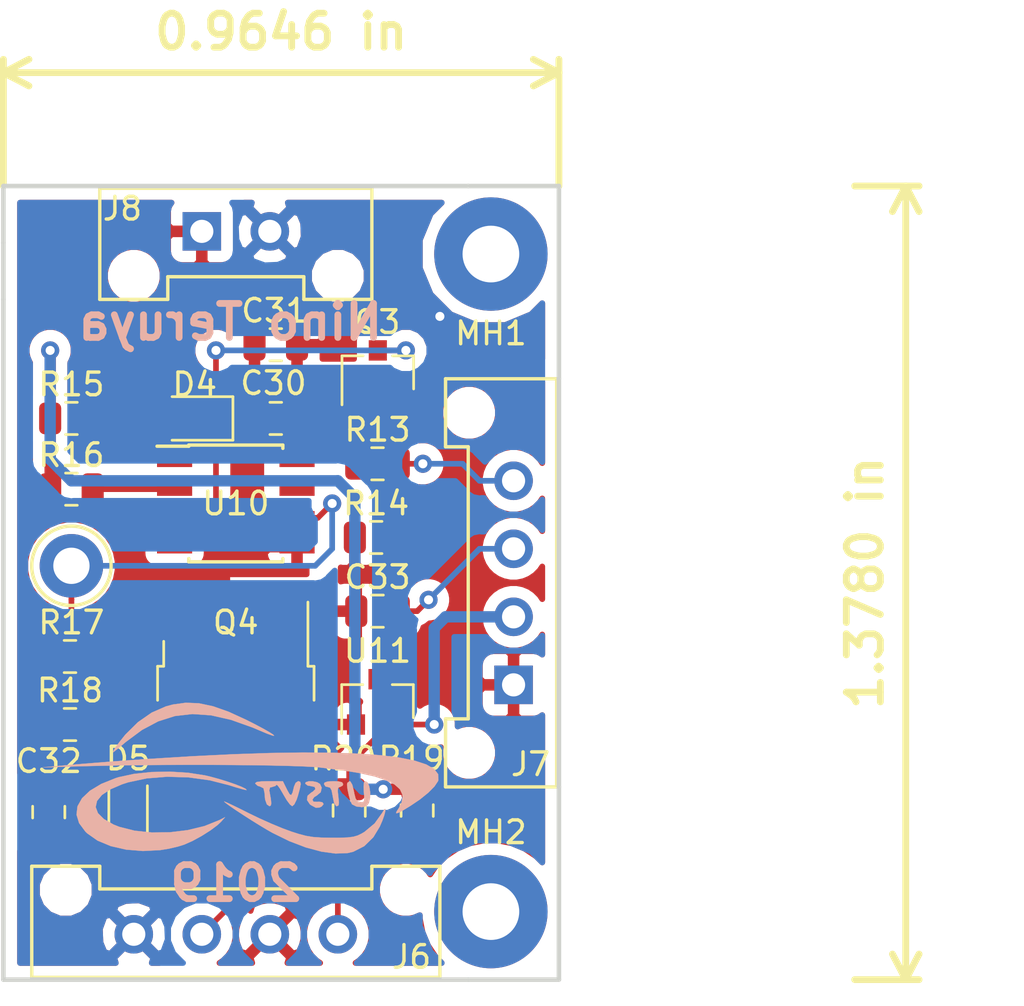
<source format=kicad_pcb>
(kicad_pcb (version 20171130) (host pcbnew "(5.0.2)-1")

  (general
    (thickness 1.6)
    (drawings 15)
    (tracks 84)
    (zones 0)
    (modules 25)
    (nets 18)
  )

  (page A4)
  (layers
    (0 F.Cu signal)
    (31 B.Cu signal)
    (32 B.Adhes user)
    (33 F.Adhes user)
    (34 B.Paste user)
    (35 F.Paste user)
    (36 B.SilkS user)
    (37 F.SilkS user)
    (38 B.Mask user)
    (39 F.Mask user)
    (40 Dwgs.User user)
    (41 Cmts.User user)
    (42 Eco1.User user)
    (43 Eco2.User user)
    (44 Edge.Cuts user)
    (45 Margin user)
    (46 B.CrtYd user)
    (47 F.CrtYd user)
    (48 B.Fab user hide)
    (49 F.Fab user hide)
  )

  (setup
    (last_trace_width 0.25)
    (trace_clearance 0.2)
    (zone_clearance 0.508)
    (zone_45_only no)
    (trace_min 0.2)
    (segment_width 0.2)
    (edge_width 0.2)
    (via_size 0.8)
    (via_drill 0.4)
    (via_min_size 0.4)
    (via_min_drill 0.3)
    (uvia_size 0.3)
    (uvia_drill 0.1)
    (uvias_allowed no)
    (uvia_min_size 0.2)
    (uvia_min_drill 0.1)
    (pcb_text_width 0.3)
    (pcb_text_size 1.5 1.5)
    (mod_edge_width 0.15)
    (mod_text_size 1 1)
    (mod_text_width 0.15)
    (pad_size 1.7 1.7)
    (pad_drill 1.02)
    (pad_to_mask_clearance 0)
    (solder_mask_min_width 0.25)
    (aux_axis_origin 0 0)
    (visible_elements 7FFFFFFF)
    (pcbplotparams
      (layerselection 0x010fc_ffffffff)
      (usegerberextensions false)
      (usegerberattributes false)
      (usegerberadvancedattributes false)
      (creategerberjobfile false)
      (excludeedgelayer true)
      (linewidth 0.100000)
      (plotframeref false)
      (viasonmask false)
      (mode 1)
      (useauxorigin false)
      (hpglpennumber 1)
      (hpglpenspeed 20)
      (hpglpendiameter 15.000000)
      (psnegative false)
      (psa4output false)
      (plotreference true)
      (plotvalue true)
      (plotinvisibletext false)
      (padsonsilk false)
      (subtractmaskfromsilk false)
      (outputformat 1)
      (mirror false)
      (drillshape 0)
      (scaleselection 1)
      (outputdirectory "Contactor-2019-v1/"))
  )

  (net 0 "")
  (net 1 +12V)
  (net 2 GNDPWR)
  (net 3 GND)
  (net 4 /CONTACTOR_CHECK)
  (net 5 "Net-(D4-Pad1)")
  (net 6 "Net-(D4-Pad2)")
  (net 7 /CONTACTOR_V-)
  (net 8 "Net-(J6-Pad4)")
  (net 9 "Net-(Q3-Pad1)")
  (net 10 "Net-(Q4-Pad1)")
  (net 11 /CONTACTOR_EN)
  (net 12 +5V)
  (net 13 "Net-(R16-Pad1)")
  (net 14 "Net-(R17-Pad2)")
  (net 15 "Net-(U10-Pad1)")
  (net 16 "Net-(U10-Pad4)")
  (net 17 "Net-(U10-Pad7)")

  (net_class Default "This is the default net class."
    (clearance 0.2)
    (trace_width 0.25)
    (via_dia 0.8)
    (via_drill 0.4)
    (uvia_dia 0.3)
    (uvia_drill 0.1)
    (add_net +12V)
    (add_net +5V)
    (add_net /CONTACTOR_CHECK)
    (add_net /CONTACTOR_EN)
    (add_net /CONTACTOR_V-)
    (add_net GND)
    (add_net GNDPWR)
    (add_net "Net-(D4-Pad1)")
    (add_net "Net-(D4-Pad2)")
    (add_net "Net-(J6-Pad4)")
    (add_net "Net-(Q3-Pad1)")
    (add_net "Net-(Q4-Pad1)")
    (add_net "Net-(R16-Pad1)")
    (add_net "Net-(R17-Pad2)")
    (add_net "Net-(U10-Pad1)")
    (add_net "Net-(U10-Pad4)")
    (add_net "Net-(U10-Pad7)")
  )

  (module Package_SO:SOIC-8_3.9x4.9mm_P1.27mm (layer F.Cu) (tedit 5A02F2D3) (tstamp 5C81C284)
    (at 161.5 111.5)
    (descr "8-Lead Plastic Small Outline (SN) - Narrow, 3.90 mm Body [SOIC] (see Microchip Packaging Specification http://ww1.microchip.com/downloads/en/PackagingSpec/00000049BQ.pdf)")
    (tags "SOIC 1.27")
    (path /5C30F57F)
    (attr smd)
    (fp_text reference U10 (at 0 0 180) (layer F.SilkS)
      (effects (font (size 1 1) (thickness 0.15)))
    )
    (fp_text value SI8261ABC-IS (at 0 3.5) (layer F.Fab)
      (effects (font (size 1 1) (thickness 0.15)))
    )
    (fp_line (start -2.075 -2.525) (end -3.475 -2.525) (layer F.SilkS) (width 0.15))
    (fp_line (start -2.075 2.575) (end 2.075 2.575) (layer F.SilkS) (width 0.15))
    (fp_line (start -2.075 -2.575) (end 2.075 -2.575) (layer F.SilkS) (width 0.15))
    (fp_line (start -2.075 2.575) (end -2.075 2.43) (layer F.SilkS) (width 0.15))
    (fp_line (start 2.075 2.575) (end 2.075 2.43) (layer F.SilkS) (width 0.15))
    (fp_line (start 2.075 -2.575) (end 2.075 -2.43) (layer F.SilkS) (width 0.15))
    (fp_line (start -2.075 -2.575) (end -2.075 -2.525) (layer F.SilkS) (width 0.15))
    (fp_line (start -3.73 2.7) (end 3.73 2.7) (layer F.CrtYd) (width 0.05))
    (fp_line (start -3.73 -2.7) (end 3.73 -2.7) (layer F.CrtYd) (width 0.05))
    (fp_line (start 3.73 -2.7) (end 3.73 2.7) (layer F.CrtYd) (width 0.05))
    (fp_line (start -3.73 -2.7) (end -3.73 2.7) (layer F.CrtYd) (width 0.05))
    (fp_line (start -1.95 -1.45) (end -0.95 -2.45) (layer F.Fab) (width 0.1))
    (fp_line (start -1.95 2.45) (end -1.95 -1.45) (layer F.Fab) (width 0.1))
    (fp_line (start 1.95 2.45) (end -1.95 2.45) (layer F.Fab) (width 0.1))
    (fp_line (start 1.95 -2.45) (end 1.95 2.45) (layer F.Fab) (width 0.1))
    (fp_line (start -0.95 -2.45) (end 1.95 -2.45) (layer F.Fab) (width 0.1))
    (fp_text user %R (at 0 0) (layer F.Fab)
      (effects (font (size 1 1) (thickness 0.15)))
    )
    (pad 8 smd rect (at 2.7 -1.905) (size 1.55 0.6) (layers F.Cu F.Paste F.Mask)
      (net 1 +12V))
    (pad 7 smd rect (at 2.7 -0.635) (size 1.55 0.6) (layers F.Cu F.Paste F.Mask)
      (net 17 "Net-(U10-Pad7)"))
    (pad 6 smd rect (at 2.7 0.635) (size 1.55 0.6) (layers F.Cu F.Paste F.Mask)
      (net 14 "Net-(R17-Pad2)"))
    (pad 5 smd rect (at 2.7 1.905) (size 1.55 0.6) (layers F.Cu F.Paste F.Mask)
      (net 2 GNDPWR))
    (pad 4 smd rect (at -2.7 1.905) (size 1.55 0.6) (layers F.Cu F.Paste F.Mask)
      (net 16 "Net-(U10-Pad4)"))
    (pad 3 smd rect (at -2.7 0.635) (size 1.55 0.6) (layers F.Cu F.Paste F.Mask)
      (net 5 "Net-(D4-Pad1)"))
    (pad 2 smd rect (at -2.7 -0.635) (size 1.55 0.6) (layers F.Cu F.Paste F.Mask)
      (net 13 "Net-(R16-Pad1)"))
    (pad 1 smd rect (at -2.7 -1.905) (size 1.55 0.6) (layers F.Cu F.Paste F.Mask)
      (net 15 "Net-(U10-Pad1)"))
    (model ${KISYS3DMOD}/Package_SO.3dshapes/SOIC-8_3.9x4.9mm_P1.27mm.wrl
      (at (xyz 0 0 0))
      (scale (xyz 1 1 1))
      (rotate (xyz 0 0 0))
    )
  )

  (module Capacitor_SMD:C_0805_2012Metric (layer F.Cu) (tedit 5B36C52B) (tstamp 5C81C121)
    (at 163.2625 107.75 180)
    (descr "Capacitor SMD 0805 (2012 Metric), square (rectangular) end terminal, IPC_7351 nominal, (Body size source: https://docs.google.com/spreadsheets/d/1BsfQQcO9C6DZCsRaXUlFlo91Tg2WpOkGARC1WS5S8t0/edit?usp=sharing), generated with kicad-footprint-generator")
    (tags capacitor)
    (path /5C30FCB3)
    (attr smd)
    (fp_text reference C30 (at 0.102513 1.554261) (layer F.SilkS)
      (effects (font (size 1 1) (thickness 0.15)))
    )
    (fp_text value 10uF (at 0 1.65 180) (layer F.Fab)
      (effects (font (size 1 1) (thickness 0.15)))
    )
    (fp_line (start -1 0.6) (end -1 -0.6) (layer F.Fab) (width 0.1))
    (fp_line (start -1 -0.6) (end 1 -0.6) (layer F.Fab) (width 0.1))
    (fp_line (start 1 -0.6) (end 1 0.6) (layer F.Fab) (width 0.1))
    (fp_line (start 1 0.6) (end -1 0.6) (layer F.Fab) (width 0.1))
    (fp_line (start -0.258578 -0.71) (end 0.258578 -0.71) (layer F.SilkS) (width 0.12))
    (fp_line (start -0.258578 0.71) (end 0.258578 0.71) (layer F.SilkS) (width 0.12))
    (fp_line (start -1.68 0.95) (end -1.68 -0.95) (layer F.CrtYd) (width 0.05))
    (fp_line (start -1.68 -0.95) (end 1.68 -0.95) (layer F.CrtYd) (width 0.05))
    (fp_line (start 1.68 -0.95) (end 1.68 0.95) (layer F.CrtYd) (width 0.05))
    (fp_line (start 1.68 0.95) (end -1.68 0.95) (layer F.CrtYd) (width 0.05))
    (fp_text user %R (at 0 0 180) (layer F.Fab)
      (effects (font (size 0.5 0.5) (thickness 0.08)))
    )
    (pad 1 smd roundrect (at -0.9375 0 180) (size 0.975 1.4) (layers F.Cu F.Paste F.Mask) (roundrect_rratio 0.25)
      (net 1 +12V))
    (pad 2 smd roundrect (at 0.9375 0 180) (size 0.975 1.4) (layers F.Cu F.Paste F.Mask) (roundrect_rratio 0.25)
      (net 2 GNDPWR))
    (model ${KISYS3DMOD}/Capacitor_SMD.3dshapes/C_0805_2012Metric.wrl
      (at (xyz 0 0 0))
      (scale (xyz 1 1 1))
      (rotate (xyz 0 0 0))
    )
  )

  (module Capacitor_SMD:C_0805_2012Metric (layer F.Cu) (tedit 5B36C52B) (tstamp 5C81C132)
    (at 163.2625 104.5 180)
    (descr "Capacitor SMD 0805 (2012 Metric), square (rectangular) end terminal, IPC_7351 nominal, (Body size source: https://docs.google.com/spreadsheets/d/1BsfQQcO9C6DZCsRaXUlFlo91Tg2WpOkGARC1WS5S8t0/edit?usp=sharing), generated with kicad-footprint-generator")
    (tags capacitor)
    (path /5C310937)
    (attr smd)
    (fp_text reference C31 (at 0.0625 1.5) (layer F.SilkS)
      (effects (font (size 1 1) (thickness 0.15)))
    )
    (fp_text value 0.1uF (at 0 1.65 180) (layer F.Fab)
      (effects (font (size 1 1) (thickness 0.15)))
    )
    (fp_text user %R (at 0 0 180) (layer F.Fab)
      (effects (font (size 0.5 0.5) (thickness 0.08)))
    )
    (fp_line (start 1.68 0.95) (end -1.68 0.95) (layer F.CrtYd) (width 0.05))
    (fp_line (start 1.68 -0.95) (end 1.68 0.95) (layer F.CrtYd) (width 0.05))
    (fp_line (start -1.68 -0.95) (end 1.68 -0.95) (layer F.CrtYd) (width 0.05))
    (fp_line (start -1.68 0.95) (end -1.68 -0.95) (layer F.CrtYd) (width 0.05))
    (fp_line (start -0.258578 0.71) (end 0.258578 0.71) (layer F.SilkS) (width 0.12))
    (fp_line (start -0.258578 -0.71) (end 0.258578 -0.71) (layer F.SilkS) (width 0.12))
    (fp_line (start 1 0.6) (end -1 0.6) (layer F.Fab) (width 0.1))
    (fp_line (start 1 -0.6) (end 1 0.6) (layer F.Fab) (width 0.1))
    (fp_line (start -1 -0.6) (end 1 -0.6) (layer F.Fab) (width 0.1))
    (fp_line (start -1 0.6) (end -1 -0.6) (layer F.Fab) (width 0.1))
    (pad 2 smd roundrect (at 0.9375 0 180) (size 0.975 1.4) (layers F.Cu F.Paste F.Mask) (roundrect_rratio 0.25)
      (net 2 GNDPWR))
    (pad 1 smd roundrect (at -0.9375 0 180) (size 0.975 1.4) (layers F.Cu F.Paste F.Mask) (roundrect_rratio 0.25)
      (net 1 +12V))
    (model ${KISYS3DMOD}/Capacitor_SMD.3dshapes/C_0805_2012Metric.wrl
      (at (xyz 0 0 0))
      (scale (xyz 1 1 1))
      (rotate (xyz 0 0 0))
    )
  )

  (module Capacitor_SMD:C_0805_2012Metric (layer F.Cu) (tedit 5B36C52B) (tstamp 5C81C143)
    (at 153.25 125.1125 270)
    (descr "Capacitor SMD 0805 (2012 Metric), square (rectangular) end terminal, IPC_7351 nominal, (Body size source: https://docs.google.com/spreadsheets/d/1BsfQQcO9C6DZCsRaXUlFlo91Tg2WpOkGARC1WS5S8t0/edit?usp=sharing), generated with kicad-footprint-generator")
    (tags capacitor)
    (path /5C3F87F6)
    (attr smd)
    (fp_text reference C32 (at -2.25 0) (layer F.SilkS)
      (effects (font (size 1 1) (thickness 0.15)))
    )
    (fp_text value 1uF (at 0 1.65 270) (layer F.Fab)
      (effects (font (size 1 1) (thickness 0.15)))
    )
    (fp_line (start -1 0.6) (end -1 -0.6) (layer F.Fab) (width 0.1))
    (fp_line (start -1 -0.6) (end 1 -0.6) (layer F.Fab) (width 0.1))
    (fp_line (start 1 -0.6) (end 1 0.6) (layer F.Fab) (width 0.1))
    (fp_line (start 1 0.6) (end -1 0.6) (layer F.Fab) (width 0.1))
    (fp_line (start -0.258578 -0.71) (end 0.258578 -0.71) (layer F.SilkS) (width 0.12))
    (fp_line (start -0.258578 0.71) (end 0.258578 0.71) (layer F.SilkS) (width 0.12))
    (fp_line (start -1.68 0.95) (end -1.68 -0.95) (layer F.CrtYd) (width 0.05))
    (fp_line (start -1.68 -0.95) (end 1.68 -0.95) (layer F.CrtYd) (width 0.05))
    (fp_line (start 1.68 -0.95) (end 1.68 0.95) (layer F.CrtYd) (width 0.05))
    (fp_line (start 1.68 0.95) (end -1.68 0.95) (layer F.CrtYd) (width 0.05))
    (fp_text user %R (at 0 0 270) (layer F.Fab)
      (effects (font (size 0.5 0.5) (thickness 0.08)))
    )
    (pad 1 smd roundrect (at -0.9375 0 270) (size 0.975 1.4) (layers F.Cu F.Paste F.Mask) (roundrect_rratio 0.25)
      (net 2 GNDPWR))
    (pad 2 smd roundrect (at 0.9375 0 270) (size 0.975 1.4) (layers F.Cu F.Paste F.Mask) (roundrect_rratio 0.25)
      (net 1 +12V))
    (model ${KISYS3DMOD}/Capacitor_SMD.3dshapes/C_0805_2012Metric.wrl
      (at (xyz 0 0 0))
      (scale (xyz 1 1 1))
      (rotate (xyz 0 0 0))
    )
  )

  (module Capacitor_SMD:C_0805_2012Metric (layer F.Cu) (tedit 5C81EC5E) (tstamp 5C81C154)
    (at 167.75 116.25 180)
    (descr "Capacitor SMD 0805 (2012 Metric), square (rectangular) end terminal, IPC_7351 nominal, (Body size source: https://docs.google.com/spreadsheets/d/1BsfQQcO9C6DZCsRaXUlFlo91Tg2WpOkGARC1WS5S8t0/edit?usp=sharing), generated with kicad-footprint-generator")
    (tags capacitor)
    (path /5C3030F2)
    (attr smd)
    (fp_text reference C33 (at 0 1.5 180) (layer F.SilkS)
      (effects (font (size 1 1) (thickness 0.15)))
    )
    (fp_text value 1uF (at 0 1.65 180) (layer F.Fab)
      (effects (font (size 1 1) (thickness 0.15)))
    )
    (fp_text user %R (at 0 0 180) (layer F.Fab)
      (effects (font (size 0.5 0.5) (thickness 0.08)))
    )
    (fp_line (start 1.68 0.95) (end -1.68 0.95) (layer F.CrtYd) (width 0.05))
    (fp_line (start 1.68 -0.95) (end 1.68 0.95) (layer F.CrtYd) (width 0.05))
    (fp_line (start -1.68 -0.95) (end 1.68 -0.95) (layer F.CrtYd) (width 0.05))
    (fp_line (start -1.68 0.95) (end -1.68 -0.95) (layer F.CrtYd) (width 0.05))
    (fp_line (start -0.258578 0.71) (end 0.258578 0.71) (layer F.SilkS) (width 0.12))
    (fp_line (start -0.258578 -0.71) (end 0.258578 -0.71) (layer F.SilkS) (width 0.12))
    (fp_line (start 1 0.6) (end -1 0.6) (layer F.Fab) (width 0.1))
    (fp_line (start 1 -0.6) (end 1 0.6) (layer F.Fab) (width 0.1))
    (fp_line (start -1 -0.6) (end 1 -0.6) (layer F.Fab) (width 0.1))
    (fp_line (start -1 0.6) (end -1 -0.6) (layer F.Fab) (width 0.1))
    (pad 2 smd roundrect (at 0.9375 0 180) (size 0.975 1.4) (layers F.Cu F.Paste F.Mask) (roundrect_rratio 0.25)
      (net 3 GND))
    (pad 1 smd roundrect (at -0.9375 0 180) (size 0.975 1.4) (layers F.Cu F.Paste F.Mask) (roundrect_rratio 0.25)
      (net 4 /CONTACTOR_CHECK))
    (model ${KISYS3DMOD}/Capacitor_SMD.3dshapes/C_0805_2012Metric.wrl
      (at (xyz 0 0 0))
      (scale (xyz 1 1 1))
      (rotate (xyz 0 0 0))
    )
  )

  (module LED_SMD:LED_0805_2012Metric (layer F.Cu) (tedit 5B36C52C) (tstamp 5C81C167)
    (at 159.6875 107.75 180)
    (descr "LED SMD 0805 (2012 Metric), square (rectangular) end terminal, IPC_7351 nominal, (Body size source: https://docs.google.com/spreadsheets/d/1BsfQQcO9C6DZCsRaXUlFlo91Tg2WpOkGARC1WS5S8t0/edit?usp=sharing), generated with kicad-footprint-generator")
    (tags diode)
    (path /5C382DF7)
    (attr smd)
    (fp_text reference D4 (at 0 1.5 180) (layer F.SilkS)
      (effects (font (size 1 1) (thickness 0.15)))
    )
    (fp_text value ContactorEn (at 0 1.65 180) (layer F.Fab)
      (effects (font (size 1 1) (thickness 0.15)))
    )
    (fp_line (start 1 -0.6) (end -0.7 -0.6) (layer F.Fab) (width 0.1))
    (fp_line (start -0.7 -0.6) (end -1 -0.3) (layer F.Fab) (width 0.1))
    (fp_line (start -1 -0.3) (end -1 0.6) (layer F.Fab) (width 0.1))
    (fp_line (start -1 0.6) (end 1 0.6) (layer F.Fab) (width 0.1))
    (fp_line (start 1 0.6) (end 1 -0.6) (layer F.Fab) (width 0.1))
    (fp_line (start 1 -0.96) (end -1.685 -0.96) (layer F.SilkS) (width 0.12))
    (fp_line (start -1.685 -0.96) (end -1.685 0.96) (layer F.SilkS) (width 0.12))
    (fp_line (start -1.685 0.96) (end 1 0.96) (layer F.SilkS) (width 0.12))
    (fp_line (start -1.68 0.95) (end -1.68 -0.95) (layer F.CrtYd) (width 0.05))
    (fp_line (start -1.68 -0.95) (end 1.68 -0.95) (layer F.CrtYd) (width 0.05))
    (fp_line (start 1.68 -0.95) (end 1.68 0.95) (layer F.CrtYd) (width 0.05))
    (fp_line (start 1.68 0.95) (end -1.68 0.95) (layer F.CrtYd) (width 0.05))
    (fp_text user %R (at 0 0 180) (layer F.Fab)
      (effects (font (size 0.5 0.5) (thickness 0.08)))
    )
    (pad 1 smd roundrect (at -0.9375 0 180) (size 0.975 1.4) (layers F.Cu F.Paste F.Mask) (roundrect_rratio 0.25)
      (net 5 "Net-(D4-Pad1)"))
    (pad 2 smd roundrect (at 0.9375 0 180) (size 0.975 1.4) (layers F.Cu F.Paste F.Mask) (roundrect_rratio 0.25)
      (net 6 "Net-(D4-Pad2)"))
    (model ${KISYS3DMOD}/LED_SMD.3dshapes/LED_0805_2012Metric.wrl
      (at (xyz 0 0 0))
      (scale (xyz 1 1 1))
      (rotate (xyz 0 0 0))
    )
  )

  (module Diode_SMD:D_SOD-323 (layer F.Cu) (tedit 58641739) (tstamp 5C81C17F)
    (at 156.75 125 90)
    (descr SOD-323)
    (tags SOD-323)
    (path /5C31D45E)
    (attr smd)
    (fp_text reference D5 (at 2.25 0 180) (layer F.SilkS)
      (effects (font (size 1 1) (thickness 0.15)))
    )
    (fp_text value 1N4148WS (at 0.1 1.9 90) (layer F.Fab)
      (effects (font (size 1 1) (thickness 0.15)))
    )
    (fp_text user %R (at 0 -1.5 90) (layer F.Fab)
      (effects (font (size 1 1) (thickness 0.15)))
    )
    (fp_line (start -1.5 -0.85) (end -1.5 0.85) (layer F.SilkS) (width 0.12))
    (fp_line (start 0.2 0) (end 0.45 0) (layer F.Fab) (width 0.1))
    (fp_line (start 0.2 0.35) (end -0.3 0) (layer F.Fab) (width 0.1))
    (fp_line (start 0.2 -0.35) (end 0.2 0.35) (layer F.Fab) (width 0.1))
    (fp_line (start -0.3 0) (end 0.2 -0.35) (layer F.Fab) (width 0.1))
    (fp_line (start -0.3 0) (end -0.5 0) (layer F.Fab) (width 0.1))
    (fp_line (start -0.3 -0.35) (end -0.3 0.35) (layer F.Fab) (width 0.1))
    (fp_line (start -0.9 0.7) (end -0.9 -0.7) (layer F.Fab) (width 0.1))
    (fp_line (start 0.9 0.7) (end -0.9 0.7) (layer F.Fab) (width 0.1))
    (fp_line (start 0.9 -0.7) (end 0.9 0.7) (layer F.Fab) (width 0.1))
    (fp_line (start -0.9 -0.7) (end 0.9 -0.7) (layer F.Fab) (width 0.1))
    (fp_line (start -1.6 -0.95) (end 1.6 -0.95) (layer F.CrtYd) (width 0.05))
    (fp_line (start 1.6 -0.95) (end 1.6 0.95) (layer F.CrtYd) (width 0.05))
    (fp_line (start -1.6 0.95) (end 1.6 0.95) (layer F.CrtYd) (width 0.05))
    (fp_line (start -1.6 -0.95) (end -1.6 0.95) (layer F.CrtYd) (width 0.05))
    (fp_line (start -1.5 0.85) (end 1.05 0.85) (layer F.SilkS) (width 0.12))
    (fp_line (start -1.5 -0.85) (end 1.05 -0.85) (layer F.SilkS) (width 0.12))
    (pad 1 smd rect (at -1.05 0 90) (size 0.6 0.45) (layers F.Cu F.Paste F.Mask)
      (net 1 +12V))
    (pad 2 smd rect (at 1.05 0 90) (size 0.6 0.45) (layers F.Cu F.Paste F.Mask)
      (net 7 /CONTACTOR_V-))
    (model ${KISYS3DMOD}/Diode_SMD.3dshapes/D_SOD-323.wrl
      (at (xyz 0 0 0))
      (scale (xyz 1 1 1))
      (rotate (xyz 0 0 0))
    )
  )

  (module UTSVT_Connectors:Molex_MicroFit3.0_1x4xP3.00mm_PolarizingPeg_Vertical (layer F.Cu) (tedit 5C0743A8) (tstamp 5C81C199)
    (at 157 130.5)
    (path /5C2DA595)
    (fp_text reference J6 (at 12.25 1) (layer F.SilkS)
      (effects (font (size 1 1) (thickness 0.15)))
    )
    (fp_text value ContactorConnector (at 4.5 4) (layer F.Fab)
      (effects (font (size 1 1) (thickness 0.15)))
    )
    (fp_line (start 6 1.9) (end 6 3.1) (layer F.CrtYd) (width 0.15))
    (fp_line (start 6 3.1) (end 3 3.1) (layer F.CrtYd) (width 0.15))
    (fp_line (start 3 3.1) (end 3 1.9) (layer F.CrtYd) (width 0.15))
    (fp_line (start 3 1.9) (end -3.325 1.9) (layer F.CrtYd) (width 0.15))
    (fp_line (start -4.5 -3) (end -1.5 -3) (layer F.SilkS) (width 0.15))
    (fp_line (start -1.5 -3) (end -1.5 -2) (layer F.SilkS) (width 0.15))
    (fp_line (start -1.5 -2) (end 10.5 -2) (layer F.SilkS) (width 0.15))
    (fp_line (start 10.5 -2) (end 10.5 -3) (layer F.SilkS) (width 0.15))
    (fp_line (start 10.5 -3) (end 13.5 -3) (layer F.SilkS) (width 0.15))
    (fp_line (start 13.5 -3) (end 13.5 1.9) (layer F.SilkS) (width 0.15))
    (fp_line (start 13.5 1.9) (end -4.5 1.9) (layer F.SilkS) (width 0.15))
    (fp_line (start -4.5 1.9) (end -4.5 -3) (layer F.SilkS) (width 0.15))
    (fp_line (start -3.325 -2.47) (end 12.325 -2.47) (layer F.CrtYd) (width 0.15))
    (fp_line (start 12.325 -2.47) (end 12.325 1.9) (layer F.CrtYd) (width 0.15))
    (fp_line (start 12.325 1.9) (end 6 1.9) (layer F.CrtYd) (width 0.15))
    (fp_line (start -3.325 1.9) (end -3.325 -2.47) (layer F.CrtYd) (width 0.15))
    (pad 4 thru_hole circle (at 9 0) (size 1.7 1.7) (drill 1.02) (layers *.Cu *.Mask)
      (net 8 "Net-(J6-Pad4)"))
    (pad "" np_thru_hole circle (at 12 -1.96) (size 1.27 1.27) (drill 1.27) (layers *.Cu *.Mask))
    (pad 1 thru_hole circle (at 0 0) (size 1.7 1.7) (drill 1.02) (layers *.Cu *.Mask)
      (net 1 +12V))
    (pad 2 thru_hole circle (at 3 0) (size 1.7 1.7) (drill 1.02) (layers *.Cu *.Mask)
      (net 7 /CONTACTOR_V-))
    (pad 3 thru_hole circle (at 6 0) (size 1.7 1.7) (drill 1.02) (layers *.Cu *.Mask)
      (net 3 GND))
    (pad "" np_thru_hole circle (at -3 -1.96) (size 1.27 1.27) (drill 1.27) (layers *.Cu *.Mask))
  )

  (module Package_TO_SOT_SMD:SOT-23 (layer F.Cu) (tedit 5A02FF57) (tstamp 5C81C1AE)
    (at 167.7625 105.75 90)
    (descr "SOT-23, Standard")
    (tags SOT-23)
    (path /5C9B865E)
    (attr smd)
    (fp_text reference Q3 (at 2.25 -0.0125 180) (layer F.SilkS)
      (effects (font (size 1 1) (thickness 0.15)))
    )
    (fp_text value NVR4003NT3G (at 0 2.5 90) (layer F.Fab)
      (effects (font (size 1 1) (thickness 0.15)))
    )
    (fp_line (start 0.76 1.58) (end -0.7 1.58) (layer F.SilkS) (width 0.12))
    (fp_line (start 0.76 -1.58) (end -1.4 -1.58) (layer F.SilkS) (width 0.12))
    (fp_line (start -1.7 1.75) (end -1.7 -1.75) (layer F.CrtYd) (width 0.05))
    (fp_line (start 1.7 1.75) (end -1.7 1.75) (layer F.CrtYd) (width 0.05))
    (fp_line (start 1.7 -1.75) (end 1.7 1.75) (layer F.CrtYd) (width 0.05))
    (fp_line (start -1.7 -1.75) (end 1.7 -1.75) (layer F.CrtYd) (width 0.05))
    (fp_line (start 0.76 -1.58) (end 0.76 -0.65) (layer F.SilkS) (width 0.12))
    (fp_line (start 0.76 1.58) (end 0.76 0.65) (layer F.SilkS) (width 0.12))
    (fp_line (start -0.7 1.52) (end 0.7 1.52) (layer F.Fab) (width 0.1))
    (fp_line (start 0.7 -1.52) (end 0.7 1.52) (layer F.Fab) (width 0.1))
    (fp_line (start -0.7 -0.95) (end -0.15 -1.52) (layer F.Fab) (width 0.1))
    (fp_line (start -0.15 -1.52) (end 0.7 -1.52) (layer F.Fab) (width 0.1))
    (fp_line (start -0.7 -0.95) (end -0.7 1.5) (layer F.Fab) (width 0.1))
    (fp_text user %R (at 0 0 180) (layer F.Fab)
      (effects (font (size 0.5 0.5) (thickness 0.075)))
    )
    (pad 3 smd rect (at 1 0 90) (size 0.9 0.8) (layers F.Cu F.Paste F.Mask)
      (net 5 "Net-(D4-Pad1)"))
    (pad 2 smd rect (at -1 0.95 90) (size 0.9 0.8) (layers F.Cu F.Paste F.Mask)
      (net 3 GND))
    (pad 1 smd rect (at -1 -0.95 90) (size 0.9 0.8) (layers F.Cu F.Paste F.Mask)
      (net 9 "Net-(Q3-Pad1)"))
    (model ${KISYS3DMOD}/Package_TO_SOT_SMD.3dshapes/SOT-23.wrl
      (at (xyz 0 0 0))
      (scale (xyz 1 1 1))
      (rotate (xyz 0 0 0))
    )
  )

  (module Package_TO_SOT_SMD:TO-252-2 (layer F.Cu) (tedit 5A70A390) (tstamp 5C81C1D2)
    (at 161.5 121.15 270)
    (descr "TO-252 / DPAK SMD package, http://www.infineon.com/cms/en/product/packages/PG-TO252/PG-TO252-3-1/")
    (tags "DPAK TO-252 DPAK-3 TO-252-3 SOT-428")
    (path /5C30DEE4)
    (attr smd)
    (fp_text reference Q4 (at -4.4 0) (layer F.SilkS)
      (effects (font (size 1 1) (thickness 0.15)))
    )
    (fp_text value VND5N07-E (at 0 4.5 270) (layer F.Fab)
      (effects (font (size 1 1) (thickness 0.15)))
    )
    (fp_line (start 3.95 -2.7) (end 4.95 -2.7) (layer F.Fab) (width 0.1))
    (fp_line (start 4.95 -2.7) (end 4.95 2.7) (layer F.Fab) (width 0.1))
    (fp_line (start 4.95 2.7) (end 3.95 2.7) (layer F.Fab) (width 0.1))
    (fp_line (start 3.95 -3.25) (end 3.95 3.25) (layer F.Fab) (width 0.1))
    (fp_line (start 3.95 3.25) (end -2.27 3.25) (layer F.Fab) (width 0.1))
    (fp_line (start -2.27 3.25) (end -2.27 -2.25) (layer F.Fab) (width 0.1))
    (fp_line (start -2.27 -2.25) (end -1.27 -3.25) (layer F.Fab) (width 0.1))
    (fp_line (start -1.27 -3.25) (end 3.95 -3.25) (layer F.Fab) (width 0.1))
    (fp_line (start -1.865 -2.655) (end -4.97 -2.655) (layer F.Fab) (width 0.1))
    (fp_line (start -4.97 -2.655) (end -4.97 -1.905) (layer F.Fab) (width 0.1))
    (fp_line (start -4.97 -1.905) (end -2.27 -1.905) (layer F.Fab) (width 0.1))
    (fp_line (start -2.27 1.905) (end -4.97 1.905) (layer F.Fab) (width 0.1))
    (fp_line (start -4.97 1.905) (end -4.97 2.655) (layer F.Fab) (width 0.1))
    (fp_line (start -4.97 2.655) (end -2.27 2.655) (layer F.Fab) (width 0.1))
    (fp_line (start -0.97 -3.45) (end -2.47 -3.45) (layer F.SilkS) (width 0.12))
    (fp_line (start -2.47 -3.45) (end -2.47 -3.18) (layer F.SilkS) (width 0.12))
    (fp_line (start -2.47 -3.18) (end -5.3 -3.18) (layer F.SilkS) (width 0.12))
    (fp_line (start -0.97 3.45) (end -2.47 3.45) (layer F.SilkS) (width 0.12))
    (fp_line (start -2.47 3.45) (end -2.47 3.18) (layer F.SilkS) (width 0.12))
    (fp_line (start -2.47 3.18) (end -3.57 3.18) (layer F.SilkS) (width 0.12))
    (fp_line (start -5.55 -3.5) (end -5.55 3.5) (layer F.CrtYd) (width 0.05))
    (fp_line (start -5.55 3.5) (end 5.55 3.5) (layer F.CrtYd) (width 0.05))
    (fp_line (start 5.55 3.5) (end 5.55 -3.5) (layer F.CrtYd) (width 0.05))
    (fp_line (start 5.55 -3.5) (end -5.55 -3.5) (layer F.CrtYd) (width 0.05))
    (fp_text user %R (at 0 0 270) (layer F.Fab)
      (effects (font (size 1 1) (thickness 0.15)))
    )
    (pad 1 smd rect (at -4.2 -2.28 270) (size 2.2 1.2) (layers F.Cu F.Paste F.Mask)
      (net 10 "Net-(Q4-Pad1)"))
    (pad 3 smd rect (at -4.2 2.28 270) (size 2.2 1.2) (layers F.Cu F.Paste F.Mask)
      (net 2 GNDPWR))
    (pad 2 smd rect (at 2.1 0 270) (size 6.4 5.8) (layers F.Cu F.Mask)
      (net 7 /CONTACTOR_V-))
    (pad "" smd rect (at 3.775 1.525 270) (size 3.05 2.75) (layers F.Paste))
    (pad "" smd rect (at 0.425 -1.525 270) (size 3.05 2.75) (layers F.Paste))
    (pad "" smd rect (at 3.775 -1.525 270) (size 3.05 2.75) (layers F.Paste))
    (pad "" smd rect (at 0.425 1.525 270) (size 3.05 2.75) (layers F.Paste))
    (model ${KISYS3DMOD}/Package_TO_SOT_SMD.3dshapes/TO-252-2.wrl
      (at (xyz 0 0 0))
      (scale (xyz 1 1 1))
      (rotate (xyz 0 0 0))
    )
  )

  (module Resistor_SMD:R_0805_2012Metric (layer F.Cu) (tedit 5C81EC6D) (tstamp 5C81C1E3)
    (at 167.75 109.75)
    (descr "Resistor SMD 0805 (2012 Metric), square (rectangular) end terminal, IPC_7351 nominal, (Body size source: https://docs.google.com/spreadsheets/d/1BsfQQcO9C6DZCsRaXUlFlo91Tg2WpOkGARC1WS5S8t0/edit?usp=sharing), generated with kicad-footprint-generator")
    (tags resistor)
    (path /5C3FA547)
    (attr smd)
    (fp_text reference R13 (at 0 -1.5 180) (layer F.SilkS)
      (effects (font (size 1 1) (thickness 0.15)))
    )
    (fp_text value 0 (at 0 1.65) (layer F.Fab)
      (effects (font (size 1 1) (thickness 0.15)))
    )
    (fp_line (start -1 0.6) (end -1 -0.6) (layer F.Fab) (width 0.1))
    (fp_line (start -1 -0.6) (end 1 -0.6) (layer F.Fab) (width 0.1))
    (fp_line (start 1 -0.6) (end 1 0.6) (layer F.Fab) (width 0.1))
    (fp_line (start 1 0.6) (end -1 0.6) (layer F.Fab) (width 0.1))
    (fp_line (start -0.258578 -0.71) (end 0.258578 -0.71) (layer F.SilkS) (width 0.12))
    (fp_line (start -0.258578 0.71) (end 0.258578 0.71) (layer F.SilkS) (width 0.12))
    (fp_line (start -1.68 0.95) (end -1.68 -0.95) (layer F.CrtYd) (width 0.05))
    (fp_line (start -1.68 -0.95) (end 1.68 -0.95) (layer F.CrtYd) (width 0.05))
    (fp_line (start 1.68 -0.95) (end 1.68 0.95) (layer F.CrtYd) (width 0.05))
    (fp_line (start 1.68 0.95) (end -1.68 0.95) (layer F.CrtYd) (width 0.05))
    (fp_text user %R (at 0 0) (layer F.Fab)
      (effects (font (size 0.5 0.5) (thickness 0.08)))
    )
    (pad 1 smd roundrect (at -0.9375 0) (size 0.975 1.4) (layers F.Cu F.Paste F.Mask) (roundrect_rratio 0.25)
      (net 9 "Net-(Q3-Pad1)"))
    (pad 2 smd roundrect (at 0.9375 0) (size 0.975 1.4) (layers F.Cu F.Paste F.Mask) (roundrect_rratio 0.25)
      (net 11 /CONTACTOR_EN))
    (model ${KISYS3DMOD}/Resistor_SMD.3dshapes/R_0805_2012Metric.wrl
      (at (xyz 0 0 0))
      (scale (xyz 1 1 1))
      (rotate (xyz 0 0 0))
    )
  )

  (module Resistor_SMD:R_0805_2012Metric (layer F.Cu) (tedit 5B36C52B) (tstamp 5C81C1F4)
    (at 167.6875 113 180)
    (descr "Resistor SMD 0805 (2012 Metric), square (rectangular) end terminal, IPC_7351 nominal, (Body size source: https://docs.google.com/spreadsheets/d/1BsfQQcO9C6DZCsRaXUlFlo91Tg2WpOkGARC1WS5S8t0/edit?usp=sharing), generated with kicad-footprint-generator")
    (tags resistor)
    (path /5C400FAD)
    (attr smd)
    (fp_text reference R14 (at 0 1.5) (layer F.SilkS)
      (effects (font (size 1 1) (thickness 0.15)))
    )
    (fp_text value 100k (at 0 1.65 180) (layer F.Fab)
      (effects (font (size 1 1) (thickness 0.15)))
    )
    (fp_text user %R (at 0 0 180) (layer F.Fab)
      (effects (font (size 0.5 0.5) (thickness 0.08)))
    )
    (fp_line (start 1.68 0.95) (end -1.68 0.95) (layer F.CrtYd) (width 0.05))
    (fp_line (start 1.68 -0.95) (end 1.68 0.95) (layer F.CrtYd) (width 0.05))
    (fp_line (start -1.68 -0.95) (end 1.68 -0.95) (layer F.CrtYd) (width 0.05))
    (fp_line (start -1.68 0.95) (end -1.68 -0.95) (layer F.CrtYd) (width 0.05))
    (fp_line (start -0.258578 0.71) (end 0.258578 0.71) (layer F.SilkS) (width 0.12))
    (fp_line (start -0.258578 -0.71) (end 0.258578 -0.71) (layer F.SilkS) (width 0.12))
    (fp_line (start 1 0.6) (end -1 0.6) (layer F.Fab) (width 0.1))
    (fp_line (start 1 -0.6) (end 1 0.6) (layer F.Fab) (width 0.1))
    (fp_line (start -1 -0.6) (end 1 -0.6) (layer F.Fab) (width 0.1))
    (fp_line (start -1 0.6) (end -1 -0.6) (layer F.Fab) (width 0.1))
    (pad 2 smd roundrect (at 0.9375 0 180) (size 0.975 1.4) (layers F.Cu F.Paste F.Mask) (roundrect_rratio 0.25)
      (net 3 GND))
    (pad 1 smd roundrect (at -0.9375 0 180) (size 0.975 1.4) (layers F.Cu F.Paste F.Mask) (roundrect_rratio 0.25)
      (net 9 "Net-(Q3-Pad1)"))
    (model ${KISYS3DMOD}/Resistor_SMD.3dshapes/R_0805_2012Metric.wrl
      (at (xyz 0 0 0))
      (scale (xyz 1 1 1))
      (rotate (xyz 0 0 0))
    )
  )

  (module Resistor_SMD:R_0805_2012Metric (layer F.Cu) (tedit 5B36C52B) (tstamp 5C81C205)
    (at 154.25 107.75)
    (descr "Resistor SMD 0805 (2012 Metric), square (rectangular) end terminal, IPC_7351 nominal, (Body size source: https://docs.google.com/spreadsheets/d/1BsfQQcO9C6DZCsRaXUlFlo91Tg2WpOkGARC1WS5S8t0/edit?usp=sharing), generated with kicad-footprint-generator")
    (tags resistor)
    (path /5C381FF3)
    (attr smd)
    (fp_text reference R15 (at 0 -1.5) (layer F.SilkS)
      (effects (font (size 1 1) (thickness 0.15)))
    )
    (fp_text value 1.5k (at 0 1.65) (layer F.Fab)
      (effects (font (size 1 1) (thickness 0.15)))
    )
    (fp_line (start -1 0.6) (end -1 -0.6) (layer F.Fab) (width 0.1))
    (fp_line (start -1 -0.6) (end 1 -0.6) (layer F.Fab) (width 0.1))
    (fp_line (start 1 -0.6) (end 1 0.6) (layer F.Fab) (width 0.1))
    (fp_line (start 1 0.6) (end -1 0.6) (layer F.Fab) (width 0.1))
    (fp_line (start -0.258578 -0.71) (end 0.258578 -0.71) (layer F.SilkS) (width 0.12))
    (fp_line (start -0.258578 0.71) (end 0.258578 0.71) (layer F.SilkS) (width 0.12))
    (fp_line (start -1.68 0.95) (end -1.68 -0.95) (layer F.CrtYd) (width 0.05))
    (fp_line (start -1.68 -0.95) (end 1.68 -0.95) (layer F.CrtYd) (width 0.05))
    (fp_line (start 1.68 -0.95) (end 1.68 0.95) (layer F.CrtYd) (width 0.05))
    (fp_line (start 1.68 0.95) (end -1.68 0.95) (layer F.CrtYd) (width 0.05))
    (fp_text user %R (at 0 0) (layer F.Fab)
      (effects (font (size 0.5 0.5) (thickness 0.08)))
    )
    (pad 1 smd roundrect (at -0.9375 0) (size 0.975 1.4) (layers F.Cu F.Paste F.Mask) (roundrect_rratio 0.25)
      (net 12 +5V))
    (pad 2 smd roundrect (at 0.9375 0) (size 0.975 1.4) (layers F.Cu F.Paste F.Mask) (roundrect_rratio 0.25)
      (net 6 "Net-(D4-Pad2)"))
    (model ${KISYS3DMOD}/Resistor_SMD.3dshapes/R_0805_2012Metric.wrl
      (at (xyz 0 0 0))
      (scale (xyz 1 1 1))
      (rotate (xyz 0 0 0))
    )
  )

  (module Resistor_SMD:R_0805_2012Metric (layer F.Cu) (tedit 5B36C52B) (tstamp 5C81C216)
    (at 154.25 110.87 180)
    (descr "Resistor SMD 0805 (2012 Metric), square (rectangular) end terminal, IPC_7351 nominal, (Body size source: https://docs.google.com/spreadsheets/d/1BsfQQcO9C6DZCsRaXUlFlo91Tg2WpOkGARC1WS5S8t0/edit?usp=sharing), generated with kicad-footprint-generator")
    (tags resistor)
    (path /5C3152A3)
    (attr smd)
    (fp_text reference R16 (at 0 1.5 180) (layer F.SilkS)
      (effects (font (size 1 1) (thickness 0.15)))
    )
    (fp_text value 470 (at 0 1.65 180) (layer F.Fab)
      (effects (font (size 1 1) (thickness 0.15)))
    )
    (fp_line (start -1 0.6) (end -1 -0.6) (layer F.Fab) (width 0.1))
    (fp_line (start -1 -0.6) (end 1 -0.6) (layer F.Fab) (width 0.1))
    (fp_line (start 1 -0.6) (end 1 0.6) (layer F.Fab) (width 0.1))
    (fp_line (start 1 0.6) (end -1 0.6) (layer F.Fab) (width 0.1))
    (fp_line (start -0.258578 -0.71) (end 0.258578 -0.71) (layer F.SilkS) (width 0.12))
    (fp_line (start -0.258578 0.71) (end 0.258578 0.71) (layer F.SilkS) (width 0.12))
    (fp_line (start -1.68 0.95) (end -1.68 -0.95) (layer F.CrtYd) (width 0.05))
    (fp_line (start -1.68 -0.95) (end 1.68 -0.95) (layer F.CrtYd) (width 0.05))
    (fp_line (start 1.68 -0.95) (end 1.68 0.95) (layer F.CrtYd) (width 0.05))
    (fp_line (start 1.68 0.95) (end -1.68 0.95) (layer F.CrtYd) (width 0.05))
    (fp_text user %R (at 0 0 180) (layer F.Fab)
      (effects (font (size 0.5 0.5) (thickness 0.08)))
    )
    (pad 1 smd roundrect (at -0.9375 0 180) (size 0.975 1.4) (layers F.Cu F.Paste F.Mask) (roundrect_rratio 0.25)
      (net 13 "Net-(R16-Pad1)"))
    (pad 2 smd roundrect (at 0.9375 0 180) (size 0.975 1.4) (layers F.Cu F.Paste F.Mask) (roundrect_rratio 0.25)
      (net 12 +5V))
    (model ${KISYS3DMOD}/Resistor_SMD.3dshapes/R_0805_2012Metric.wrl
      (at (xyz 0 0 0))
      (scale (xyz 1 1 1))
      (rotate (xyz 0 0 0))
    )
  )

  (module Resistor_SMD:R_0805_2012Metric (layer F.Cu) (tedit 5B36C52B) (tstamp 5C81C227)
    (at 154.1875 118.25 180)
    (descr "Resistor SMD 0805 (2012 Metric), square (rectangular) end terminal, IPC_7351 nominal, (Body size source: https://docs.google.com/spreadsheets/d/1BsfQQcO9C6DZCsRaXUlFlo91Tg2WpOkGARC1WS5S8t0/edit?usp=sharing), generated with kicad-footprint-generator")
    (tags resistor)
    (path /5C30EC57)
    (attr smd)
    (fp_text reference R17 (at -0.0625 1.5 180) (layer F.SilkS)
      (effects (font (size 1 1) (thickness 0.15)))
    )
    (fp_text value 0 (at 0 1.65 180) (layer F.Fab)
      (effects (font (size 1 1) (thickness 0.15)))
    )
    (fp_text user %R (at 0 0 180) (layer F.Fab)
      (effects (font (size 0.5 0.5) (thickness 0.08)))
    )
    (fp_line (start 1.68 0.95) (end -1.68 0.95) (layer F.CrtYd) (width 0.05))
    (fp_line (start 1.68 -0.95) (end 1.68 0.95) (layer F.CrtYd) (width 0.05))
    (fp_line (start -1.68 -0.95) (end 1.68 -0.95) (layer F.CrtYd) (width 0.05))
    (fp_line (start -1.68 0.95) (end -1.68 -0.95) (layer F.CrtYd) (width 0.05))
    (fp_line (start -0.258578 0.71) (end 0.258578 0.71) (layer F.SilkS) (width 0.12))
    (fp_line (start -0.258578 -0.71) (end 0.258578 -0.71) (layer F.SilkS) (width 0.12))
    (fp_line (start 1 0.6) (end -1 0.6) (layer F.Fab) (width 0.1))
    (fp_line (start 1 -0.6) (end 1 0.6) (layer F.Fab) (width 0.1))
    (fp_line (start -1 -0.6) (end 1 -0.6) (layer F.Fab) (width 0.1))
    (fp_line (start -1 0.6) (end -1 -0.6) (layer F.Fab) (width 0.1))
    (pad 2 smd roundrect (at 0.9375 0 180) (size 0.975 1.4) (layers F.Cu F.Paste F.Mask) (roundrect_rratio 0.25)
      (net 14 "Net-(R17-Pad2)"))
    (pad 1 smd roundrect (at -0.9375 0 180) (size 0.975 1.4) (layers F.Cu F.Paste F.Mask) (roundrect_rratio 0.25)
      (net 10 "Net-(Q4-Pad1)"))
    (model ${KISYS3DMOD}/Resistor_SMD.3dshapes/R_0805_2012Metric.wrl
      (at (xyz 0 0 0))
      (scale (xyz 1 1 1))
      (rotate (xyz 0 0 0))
    )
  )

  (module Resistor_SMD:R_0805_2012Metric (layer F.Cu) (tedit 5B36C52B) (tstamp 5C81C238)
    (at 154.1875 121.25 180)
    (descr "Resistor SMD 0805 (2012 Metric), square (rectangular) end terminal, IPC_7351 nominal, (Body size source: https://docs.google.com/spreadsheets/d/1BsfQQcO9C6DZCsRaXUlFlo91Tg2WpOkGARC1WS5S8t0/edit?usp=sharing), generated with kicad-footprint-generator")
    (tags resistor)
    (path /5C30E2C4)
    (attr smd)
    (fp_text reference R18 (at 0 1.5 180) (layer F.SilkS)
      (effects (font (size 1 1) (thickness 0.15)))
    )
    (fp_text value 100k (at 0 1.65 180) (layer F.Fab)
      (effects (font (size 1 1) (thickness 0.15)))
    )
    (fp_line (start -1 0.6) (end -1 -0.6) (layer F.Fab) (width 0.1))
    (fp_line (start -1 -0.6) (end 1 -0.6) (layer F.Fab) (width 0.1))
    (fp_line (start 1 -0.6) (end 1 0.6) (layer F.Fab) (width 0.1))
    (fp_line (start 1 0.6) (end -1 0.6) (layer F.Fab) (width 0.1))
    (fp_line (start -0.258578 -0.71) (end 0.258578 -0.71) (layer F.SilkS) (width 0.12))
    (fp_line (start -0.258578 0.71) (end 0.258578 0.71) (layer F.SilkS) (width 0.12))
    (fp_line (start -1.68 0.95) (end -1.68 -0.95) (layer F.CrtYd) (width 0.05))
    (fp_line (start -1.68 -0.95) (end 1.68 -0.95) (layer F.CrtYd) (width 0.05))
    (fp_line (start 1.68 -0.95) (end 1.68 0.95) (layer F.CrtYd) (width 0.05))
    (fp_line (start 1.68 0.95) (end -1.68 0.95) (layer F.CrtYd) (width 0.05))
    (fp_text user %R (at 0 0 180) (layer F.Fab)
      (effects (font (size 0.5 0.5) (thickness 0.08)))
    )
    (pad 1 smd roundrect (at -0.9375 0 180) (size 0.975 1.4) (layers F.Cu F.Paste F.Mask) (roundrect_rratio 0.25)
      (net 10 "Net-(Q4-Pad1)"))
    (pad 2 smd roundrect (at 0.9375 0 180) (size 0.975 1.4) (layers F.Cu F.Paste F.Mask) (roundrect_rratio 0.25)
      (net 2 GNDPWR))
    (model ${KISYS3DMOD}/Resistor_SMD.3dshapes/R_0805_2012Metric.wrl
      (at (xyz 0 0 0))
      (scale (xyz 1 1 1))
      (rotate (xyz 0 0 0))
    )
  )

  (module Resistor_SMD:R_0805_2012Metric (layer F.Cu) (tedit 5B36C52B) (tstamp 5C81C249)
    (at 169.499202 125.04283 90)
    (descr "Resistor SMD 0805 (2012 Metric), square (rectangular) end terminal, IPC_7351 nominal, (Body size source: https://docs.google.com/spreadsheets/d/1BsfQQcO9C6DZCsRaXUlFlo91Tg2WpOkGARC1WS5S8t0/edit?usp=sharing), generated with kicad-footprint-generator")
    (tags resistor)
    (path /5C3945DD)
    (attr smd)
    (fp_text reference R19 (at 2.29283 -0.249202 180) (layer F.SilkS)
      (effects (font (size 1 1) (thickness 0.15)))
    )
    (fp_text value 4.7k (at 0 1.65 90) (layer F.Fab)
      (effects (font (size 1 1) (thickness 0.15)))
    )
    (fp_text user %R (at 0 0 90) (layer F.Fab)
      (effects (font (size 0.5 0.5) (thickness 0.08)))
    )
    (fp_line (start 1.68 0.95) (end -1.68 0.95) (layer F.CrtYd) (width 0.05))
    (fp_line (start 1.68 -0.95) (end 1.68 0.95) (layer F.CrtYd) (width 0.05))
    (fp_line (start -1.68 -0.95) (end 1.68 -0.95) (layer F.CrtYd) (width 0.05))
    (fp_line (start -1.68 0.95) (end -1.68 -0.95) (layer F.CrtYd) (width 0.05))
    (fp_line (start -0.258578 0.71) (end 0.258578 0.71) (layer F.SilkS) (width 0.12))
    (fp_line (start -0.258578 -0.71) (end 0.258578 -0.71) (layer F.SilkS) (width 0.12))
    (fp_line (start 1 0.6) (end -1 0.6) (layer F.Fab) (width 0.1))
    (fp_line (start 1 -0.6) (end 1 0.6) (layer F.Fab) (width 0.1))
    (fp_line (start -1 -0.6) (end 1 -0.6) (layer F.Fab) (width 0.1))
    (fp_line (start -1 0.6) (end -1 -0.6) (layer F.Fab) (width 0.1))
    (pad 2 smd roundrect (at 0.9375 0 90) (size 0.975 1.4) (layers F.Cu F.Paste F.Mask) (roundrect_rratio 0.25)
      (net 12 +5V))
    (pad 1 smd roundrect (at -0.9375 0 90) (size 0.975 1.4) (layers F.Cu F.Paste F.Mask) (roundrect_rratio 0.25)
      (net 8 "Net-(J6-Pad4)"))
    (model ${KISYS3DMOD}/Resistor_SMD.3dshapes/R_0805_2012Metric.wrl
      (at (xyz 0 0 0))
      (scale (xyz 1 1 1))
      (rotate (xyz 0 0 0))
    )
  )

  (module Resistor_SMD:R_0805_2012Metric (layer F.Cu) (tedit 5B36C52B) (tstamp 5C81C25A)
    (at 166.5 125.04283 270)
    (descr "Resistor SMD 0805 (2012 Metric), square (rectangular) end terminal, IPC_7351 nominal, (Body size source: https://docs.google.com/spreadsheets/d/1BsfQQcO9C6DZCsRaXUlFlo91Tg2WpOkGARC1WS5S8t0/edit?usp=sharing), generated with kicad-footprint-generator")
    (tags resistor)
    (path /5C302C24)
    (attr smd)
    (fp_text reference R20 (at -2.29283 0.25) (layer F.SilkS)
      (effects (font (size 1 1) (thickness 0.15)))
    )
    (fp_text value 1k (at 0 1.65 270) (layer F.Fab)
      (effects (font (size 1 1) (thickness 0.15)))
    )
    (fp_text user %R (at 0 0 270) (layer F.Fab)
      (effects (font (size 0.5 0.5) (thickness 0.08)))
    )
    (fp_line (start 1.68 0.95) (end -1.68 0.95) (layer F.CrtYd) (width 0.05))
    (fp_line (start 1.68 -0.95) (end 1.68 0.95) (layer F.CrtYd) (width 0.05))
    (fp_line (start -1.68 -0.95) (end 1.68 -0.95) (layer F.CrtYd) (width 0.05))
    (fp_line (start -1.68 0.95) (end -1.68 -0.95) (layer F.CrtYd) (width 0.05))
    (fp_line (start -0.258578 0.71) (end 0.258578 0.71) (layer F.SilkS) (width 0.12))
    (fp_line (start -0.258578 -0.71) (end 0.258578 -0.71) (layer F.SilkS) (width 0.12))
    (fp_line (start 1 0.6) (end -1 0.6) (layer F.Fab) (width 0.1))
    (fp_line (start 1 -0.6) (end 1 0.6) (layer F.Fab) (width 0.1))
    (fp_line (start -1 -0.6) (end 1 -0.6) (layer F.Fab) (width 0.1))
    (fp_line (start -1 0.6) (end -1 -0.6) (layer F.Fab) (width 0.1))
    (pad 2 smd roundrect (at 0.9375 0 270) (size 0.975 1.4) (layers F.Cu F.Paste F.Mask) (roundrect_rratio 0.25)
      (net 8 "Net-(J6-Pad4)"))
    (pad 1 smd roundrect (at -0.9375 0 270) (size 0.975 1.4) (layers F.Cu F.Paste F.Mask) (roundrect_rratio 0.25)
      (net 4 /CONTACTOR_CHECK))
    (model ${KISYS3DMOD}/Resistor_SMD.3dshapes/R_0805_2012Metric.wrl
      (at (xyz 0 0 0))
      (scale (xyz 1 1 1))
      (rotate (xyz 0 0 0))
    )
  )

  (module TestPoint:TestPoint_Keystone_5005-5009_Compact (layer F.Cu) (tedit 5C81C147) (tstamp 5C81C267)
    (at 154.25 114.25)
    (descr "Keystone Miniature THM Test Point 5005-5009, http://www.keyelco.com/product-pdf.cfm?p=1314")
    (tags "Through Hole Mount Test Points")
    (path /5C380C7F)
    (fp_text reference TP13 (at -3 0) (layer F.SilkS) hide
      (effects (font (size 1 1) (thickness 0.15)))
    )
    (fp_text value ContactorGate_TP (at 0 2.75) (layer F.Fab)
      (effects (font (size 1 1) (thickness 0.15)))
    )
    (fp_text user %R (at 0 0) (layer F.Fab)
      (effects (font (size 0.6 0.6) (thickness 0.09)))
    )
    (fp_line (start -1.25 -0.4) (end 1.25 -0.4) (layer F.Fab) (width 0.15))
    (fp_line (start 1.25 -0.4) (end 1.25 0.4) (layer F.Fab) (width 0.15))
    (fp_line (start 1.25 0.4) (end -1.25 0.4) (layer F.Fab) (width 0.15))
    (fp_line (start -1.25 0.4) (end -1.25 -0.4) (layer F.Fab) (width 0.15))
    (fp_circle (center 0 0) (end 2 0) (layer F.CrtYd) (width 0.05))
    (fp_circle (center 0 0) (end 1.6 0) (layer F.Fab) (width 0.15))
    (fp_circle (center 0 0) (end 1.75 0) (layer F.SilkS) (width 0.15))
    (pad 1 thru_hole circle (at 0 0) (size 2.8 2.8) (drill 1.6) (layers *.Cu *.Mask)
      (net 14 "Net-(R17-Pad2)"))
    (model ${KISYS3DMOD}/TestPoint.3dshapes/TestPoint_Keystone_5005-5009_Compact.wrl
      (at (xyz 0 0 0))
      (scale (xyz 1 1 1))
      (rotate (xyz 0 0 0))
    )
  )

  (module Package_TO_SOT_SMD:SOT-23 (layer F.Cu) (tedit 5A02FF57) (tstamp 5C81C299)
    (at 167.75 120.25 90)
    (descr "SOT-23, Standard")
    (tags SOT-23)
    (path /5C304528)
    (attr smd)
    (fp_text reference U11 (at 2.25 0 180) (layer F.SilkS)
      (effects (font (size 1 1) (thickness 0.15)))
    )
    (fp_text value BAS70-04 (at 0 2.5 90) (layer F.Fab)
      (effects (font (size 1 1) (thickness 0.15)))
    )
    (fp_text user %R (at 0 0) (layer F.Fab)
      (effects (font (size 0.5 0.5) (thickness 0.075)))
    )
    (fp_line (start -0.7 -0.95) (end -0.7 1.5) (layer F.Fab) (width 0.1))
    (fp_line (start -0.15 -1.52) (end 0.7 -1.52) (layer F.Fab) (width 0.1))
    (fp_line (start -0.7 -0.95) (end -0.15 -1.52) (layer F.Fab) (width 0.1))
    (fp_line (start 0.7 -1.52) (end 0.7 1.52) (layer F.Fab) (width 0.1))
    (fp_line (start -0.7 1.52) (end 0.7 1.52) (layer F.Fab) (width 0.1))
    (fp_line (start 0.76 1.58) (end 0.76 0.65) (layer F.SilkS) (width 0.12))
    (fp_line (start 0.76 -1.58) (end 0.76 -0.65) (layer F.SilkS) (width 0.12))
    (fp_line (start -1.7 -1.75) (end 1.7 -1.75) (layer F.CrtYd) (width 0.05))
    (fp_line (start 1.7 -1.75) (end 1.7 1.75) (layer F.CrtYd) (width 0.05))
    (fp_line (start 1.7 1.75) (end -1.7 1.75) (layer F.CrtYd) (width 0.05))
    (fp_line (start -1.7 1.75) (end -1.7 -1.75) (layer F.CrtYd) (width 0.05))
    (fp_line (start 0.76 -1.58) (end -1.4 -1.58) (layer F.SilkS) (width 0.12))
    (fp_line (start 0.76 1.58) (end -0.7 1.58) (layer F.SilkS) (width 0.12))
    (pad 1 smd rect (at -1 -0.95 90) (size 0.9 0.8) (layers F.Cu F.Paste F.Mask)
      (net 3 GND))
    (pad 2 smd rect (at -1 0.95 90) (size 0.9 0.8) (layers F.Cu F.Paste F.Mask)
      (net 12 +5V))
    (pad 3 smd rect (at 1 0 90) (size 0.9 0.8) (layers F.Cu F.Paste F.Mask)
      (net 4 /CONTACTOR_CHECK))
    (model ${KISYS3DMOD}/Package_TO_SOT_SMD.3dshapes/SOT-23.wrl
      (at (xyz 0 0 0))
      (scale (xyz 1 1 1))
      (rotate (xyz 0 0 0))
    )
  )

  (module UTSVT_Special:UTSVT_Logo_Symbol (layer B.Cu) (tedit 0) (tstamp 5C8E8A81)
    (at 162 123.75 180)
    (fp_text reference G*** (at 0 0 180) (layer B.SilkS) hide
      (effects (font (size 1.524 1.524) (thickness 0.3)) (justify mirror))
    )
    (fp_text value LOGO (at 0.75 0 180) (layer B.SilkS) hide
      (effects (font (size 1.524 1.524) (thickness 0.3)) (justify mirror))
    )
    (fp_poly (pts (xy 3.275022 3.382961) (xy 3.582668 3.300682) (xy 4.209242 3.026518) (xy 4.81351 2.606725)
      (xy 5.362345 2.064659) (xy 5.40177 2.018025) (xy 5.614432 1.752679) (xy 5.784812 1.520775)
      (xy 5.892543 1.352147) (xy 5.91726 1.27663) (xy 5.908479 1.275698) (xy 5.837298 1.329013)
      (xy 5.668916 1.465961) (xy 5.435169 1.660521) (xy 5.349559 1.732558) (xy 4.637133 2.261127)
      (xy 3.919895 2.641567) (xy 3.183426 2.875162) (xy 2.413309 2.963193) (xy 1.595127 2.906943)
      (xy 0.714463 2.707692) (xy -0.243103 2.366724) (xy -0.509686 2.2536) (xy -0.878483 2.098627)
      (xy -1.103585 2.017443) (xy -1.191145 2.004977) (xy -1.147317 2.056158) (xy -0.978254 2.165915)
      (xy -0.69011 2.329176) (xy -0.289038 2.54087) (xy 0.042334 2.708542) (xy 0.821464 3.065397)
      (xy 1.507658 3.306811) (xy 2.127555 3.43724) (xy 2.707797 3.461137) (xy 3.275022 3.382961)) (layer B.SilkS) (width 0.01))
    (fp_poly (pts (xy -0.612 -0.008171) (xy -0.421456 -0.035224) (xy -0.357025 -0.084973) (xy -0.359409 -0.105834)
      (xy -0.462111 -0.201847) (xy -0.578132 -0.238722) (xy -0.721636 -0.310816) (xy -0.763156 -0.492722)
      (xy -0.792487 -0.807587) (xy -0.868927 -1.021292) (xy -0.980568 -1.100663) (xy -0.981425 -1.100667)
      (xy -1.041787 -1.07562) (xy -1.063041 -0.980418) (xy -1.044963 -0.784973) (xy -0.987327 -0.459193)
      (xy -0.976225 -0.402167) (xy -1.008456 -0.277742) (xy -1.101537 -0.254) (xy -1.247642 -0.208815)
      (xy -1.287716 -0.158517) (xy -1.338831 -0.178527) (xy -1.443855 -0.320276) (xy -1.581098 -0.553984)
      (xy -1.59607 -0.581851) (xy -1.749682 -0.840806) (xy -1.889732 -1.02676) (xy -1.98662 -1.100593)
      (xy -1.988624 -1.100667) (xy -2.07817 -1.023915) (xy -2.178572 -0.819296) (xy -2.237659 -0.643136)
      (xy -2.326341 -0.320851) (xy -2.36164 -0.127502) (xy -2.343933 -0.031449) (xy -2.273594 -0.001054)
      (xy -2.24528 0) (xy -2.138358 -0.072943) (xy -2.068875 -0.232834) (xy -2.002079 -0.502998)
      (xy -1.942903 -0.614036) (xy -1.87152 -0.573914) (xy -1.768103 -0.390599) (xy -1.752833 -0.359834)
      (xy -1.575306 0) (xy -0.949931 0) (xy -0.612 -0.008171)) (layer B.SilkS) (width 0.01))
    (fp_poly (pts (xy -3.543781 -0.013596) (xy -3.413756 -0.060668) (xy -3.386666 -0.127) (xy -3.45695 -0.230509)
      (xy -3.553084 -0.254) (xy -3.658805 -0.285175) (xy -3.725004 -0.404676) (xy -3.772166 -0.651465)
      (xy -3.775658 -0.677334) (xy -3.835134 -0.963175) (xy -3.918818 -1.09121) (xy -3.955852 -1.100667)
      (xy -4.026747 -1.068698) (xy -4.047907 -0.948218) (xy -4.025064 -0.702366) (xy -4.021666 -0.677334)
      (xy -3.99505 -0.423201) (xy -4.010819 -0.295507) (xy -4.076074 -0.255076) (xy -4.098388 -0.254)
      (xy -4.215657 -0.189644) (xy -4.233333 -0.127) (xy -4.188014 -0.047135) (xy -4.031106 -0.008127)
      (xy -3.81 0) (xy -3.543781 -0.013596)) (layer B.SilkS) (width 0.01))
    (fp_poly (pts (xy -2.582865 -0.043696) (xy -2.561588 -0.105834) (xy -2.664029 -0.188619) (xy -2.794 -0.211667)
      (xy -2.976081 -0.251982) (xy -3.010729 -0.348427) (xy -2.892099 -0.464247) (xy -2.838526 -0.491596)
      (xy -2.664391 -0.639319) (xy -2.639657 -0.82849) (xy -2.766231 -1.017372) (xy -2.812839 -1.053533)
      (xy -3.023917 -1.167544) (xy -3.195081 -1.15927) (xy -3.29168 -1.108836) (xy -3.372317 -1.007447)
      (xy -3.317074 -0.92741) (xy -3.159008 -0.901665) (xy -3.092354 -0.910225) (xy -2.924282 -0.900631)
      (xy -2.878118 -0.815169) (xy -2.95777 -0.69942) (xy -3.068672 -0.63391) (xy -3.244951 -0.48494)
      (xy -3.287567 -0.284311) (xy -3.213958 -0.122933) (xy -3.085162 -0.044772) (xy -2.898073 -0.004491)
      (xy -2.711153 -0.003621) (xy -2.582865 -0.043696)) (layer B.SilkS) (width 0.01))
    (fp_poly (pts (xy -4.421383 -0.069315) (xy -4.404686 -0.148167) (xy -4.428444 -0.362794) (xy -4.483594 -0.622471)
      (xy -4.552892 -0.860123) (xy -4.619093 -1.008676) (xy -4.628918 -1.020361) (xy -4.818991 -1.115001)
      (xy -5.067669 -1.143677) (xy -5.2705 -1.095932) (xy -5.369141 -0.960585) (xy -5.419599 -0.736812)
      (xy -5.424653 -0.476811) (xy -5.387081 -0.232782) (xy -5.309665 -0.056923) (xy -5.212142 0)
      (xy -5.152474 -0.058109) (xy -5.13529 -0.246093) (xy -5.147627 -0.473009) (xy -5.165826 -0.740789)
      (xy -5.153735 -0.878448) (xy -5.097317 -0.924415) (xy -4.98526 -0.917509) (xy -4.861007 -0.875283)
      (xy -4.782779 -0.763762) (xy -4.725202 -0.539613) (xy -4.708259 -0.4445) (xy -4.638605 -0.158155)
      (xy -4.554235 -0.01369) (xy -4.517759 0) (xy -4.421383 -0.069315)) (layer B.SilkS) (width 0.01))
    (fp_poly (pts (xy -0.996057 1.244338) (xy 0.618301 1.190163) (xy 2.386221 1.104187) (xy 4.306529 0.986327)
      (xy 4.572 0.968337) (xy 5.224946 0.92232) (xy 5.915556 0.871398) (xy 6.593333 0.819447)
      (xy 7.207778 0.770345) (xy 7.708393 0.72797) (xy 7.747 0.724542) (xy 9.017 0.611199)
      (xy 7.112 0.665433) (xy 6.29508 0.685268) (xy 5.409053 0.700676) (xy 4.473882 0.711766)
      (xy 3.509527 0.718643) (xy 2.53595 0.721415) (xy 1.573113 0.720189) (xy 0.640978 0.715073)
      (xy -0.240493 0.706172) (xy -1.05134 0.693596) (xy -1.771599 0.677449) (xy -2.38131 0.657841)
      (xy -2.860511 0.634877) (xy -3.175 0.610233) (xy -4.14956 0.490575) (xy -4.962254 0.357796)
      (xy -5.62022 0.209356) (xy -6.130594 0.042717) (xy -6.500513 -0.144661) (xy -6.737114 -0.355318)
      (xy -6.847533 -0.591793) (xy -6.858 -0.700189) (xy -6.808075 -0.942824) (xy -6.6875 -1.186887)
      (xy -6.682901 -1.19343) (xy -6.584737 -1.345554) (xy -6.574275 -1.413634) (xy -6.664724 -1.395003)
      (xy -6.869295 -1.286997) (xy -7.196666 -1.089745) (xy -7.625374 -0.799938) (xy -7.989208 -0.505182)
      (xy -8.261715 -0.229932) (xy -8.416441 0.001357) (xy -8.435108 0.055122) (xy -8.421021 0.31443)
      (xy -8.241618 0.54276) (xy -7.898074 0.740032) (xy -7.391565 0.906161) (xy -6.723266 1.041066)
      (xy -5.894353 1.144664) (xy -4.906 1.216873) (xy -3.759382 1.25761) (xy -2.455677 1.266792)
      (xy -0.996057 1.244338)) (layer B.SilkS) (width 0.01))
    (fp_poly (pts (xy 4.226616 0.405116) (xy 4.993095 0.323301) (xy 5.664321 0.178861) (xy 5.799667 0.137011)
      (xy 6.436279 -0.119973) (xy 6.931666 -0.417975) (xy 7.281375 -0.748364) (xy 7.480952 -1.102511)
      (xy 7.525944 -1.471786) (xy 7.411897 -1.84756) (xy 7.134357 -2.221203) (xy 7.056059 -2.297501)
      (xy 6.596706 -2.6198) (xy 6.014328 -2.861745) (xy 5.338434 -3.016518) (xy 4.598531 -3.077305)
      (xy 3.843722 -3.039577) (xy 3.451259 -2.975619) (xy 3.045114 -2.88015) (xy 2.773042 -2.794726)
      (xy 2.404244 -2.630908) (xy 2.002742 -2.411585) (xy 1.619164 -2.168294) (xy 1.304138 -1.93257)
      (xy 1.143 -1.779358) (xy 0.973667 -1.585501) (xy 1.227667 -1.714686) (xy 1.882755 -1.977412)
      (xy 2.62613 -2.157303) (xy 3.415448 -2.252579) (xy 4.208366 -2.261459) (xy 4.962542 -2.182163)
      (xy 5.635632 -2.012909) (xy 5.892139 -1.91087) (xy 6.318518 -1.668059) (xy 6.580214 -1.408225)
      (xy 6.680009 -1.139425) (xy 6.620686 -0.869717) (xy 6.405027 -0.60716) (xy 6.035815 -0.35981)
      (xy 5.515831 -0.135726) (xy 5.249334 -0.04935) (xy 4.433203 0.124771) (xy 3.530398 0.197257)
      (xy 2.588694 0.169413) (xy 1.655866 0.042547) (xy 0.814889 -0.170601) (xy 0.48261 -0.273953)
      (xy 0.217131 -0.349913) (xy 0.054974 -0.388382) (xy 0.022758 -0.389647) (xy 0.065005 -0.33545)
      (xy 0.238575 -0.248737) (xy 0.511235 -0.140844) (xy 0.850752 -0.023111) (xy 1.224894 0.093124)
      (xy 1.601428 0.196522) (xy 1.866657 0.258966) (xy 2.612297 0.374533) (xy 3.415983 0.422721)
      (xy 4.226616 0.405116)) (layer B.SilkS) (width 0.01))
    (fp_poly (pts (xy 0.948417 -0.959313) (xy 0.76499 -1.093627) (xy 0.494708 -1.278048) (xy 0.166558 -1.49376)
      (xy -0.190474 -1.721948) (xy -0.547401 -1.943795) (xy -0.875235 -2.140486) (xy -1.112379 -2.275489)
      (xy -1.859592 -2.64264) (xy -2.589034 -2.921038) (xy -3.27705 -3.105144) (xy -3.899988 -3.189424)
      (xy -4.434193 -3.168339) (xy -4.679657 -3.110469) (xy -5.163131 -2.864277) (xy -5.564541 -2.472205)
      (xy -5.850449 -2.000429) (xy -5.965497 -1.73342) (xy -6.048173 -1.497845) (xy -6.094075 -1.318973)
      (xy -6.098801 -1.222074) (xy -6.05795 -1.232418) (xy -5.967121 -1.375274) (xy -5.955551 -1.397)
      (xy -5.62236 -1.860842) (xy -5.173612 -2.23493) (xy -5.037666 -2.314921) (xy -4.864575 -2.396448)
      (xy -4.679985 -2.449418) (xy -4.442995 -2.479376) (xy -4.112704 -2.491869) (xy -3.725333 -2.492887)
      (xy -3.263087 -2.48507) (xy -2.907723 -2.460514) (xy -2.596941 -2.409661) (xy -2.268442 -2.322955)
      (xy -1.947333 -2.220125) (xy -1.554308 -2.074784) (xy -1.072265 -1.874941) (xy -0.561207 -1.646511)
      (xy -0.081137 -1.415408) (xy -0.0635 -1.406512) (xy 0.32034 -1.214671) (xy 0.644034 -1.057028)
      (xy 0.880927 -0.94624) (xy 1.004364 -0.894964) (xy 1.016 -0.893923) (xy 0.948417 -0.959313)) (layer B.SilkS) (width 0.01))
  )

  (module UTSVT_Connectors:Molex_MicroFit3.0_1x4xP3.00mm_PolarizingPeg_Vertical (layer F.Cu) (tedit 5C81EC72) (tstamp 5C8E9086)
    (at 173.75 119.5 90)
    (fp_text reference J7 (at -3.5 0.75 180) (layer F.SilkS)
      (effects (font (size 1 1) (thickness 0.15)))
    )
    (fp_text value Molex_MicroFit3.0_1x3xP3.00mm_PolarizingPeg_Vertical (at 4.5 4 90) (layer F.Fab)
      (effects (font (size 1 1) (thickness 0.15)))
    )
    (fp_line (start -3.325 1.9) (end -3.325 -2.47) (layer F.CrtYd) (width 0.15))
    (fp_line (start 12.325 1.9) (end 6 1.9) (layer F.CrtYd) (width 0.15))
    (fp_line (start 12.325 -2.47) (end 12.325 1.9) (layer F.CrtYd) (width 0.15))
    (fp_line (start -3.325 -2.47) (end 12.325 -2.47) (layer F.CrtYd) (width 0.15))
    (fp_line (start -4.5 1.9) (end -4.5 -3) (layer F.SilkS) (width 0.15))
    (fp_line (start 13.5 1.9) (end -4.5 1.9) (layer F.SilkS) (width 0.15))
    (fp_line (start 13.5 -3) (end 13.5 1.9) (layer F.SilkS) (width 0.15))
    (fp_line (start 10.5 -3) (end 13.5 -3) (layer F.SilkS) (width 0.15))
    (fp_line (start 10.5 -2) (end 10.5 -3) (layer F.SilkS) (width 0.15))
    (fp_line (start -1.5 -2) (end 10.5 -2) (layer F.SilkS) (width 0.15))
    (fp_line (start -1.5 -3) (end -1.5 -2) (layer F.SilkS) (width 0.15))
    (fp_line (start -4.5 -3) (end -1.5 -3) (layer F.SilkS) (width 0.15))
    (fp_line (start 3 1.9) (end -3.325 1.9) (layer F.CrtYd) (width 0.15))
    (fp_line (start 3 3.1) (end 3 1.9) (layer F.CrtYd) (width 0.15))
    (fp_line (start 6 3.1) (end 3 3.1) (layer F.CrtYd) (width 0.15))
    (fp_line (start 6 1.9) (end 6 3.1) (layer F.CrtYd) (width 0.15))
    (pad "" np_thru_hole circle (at -3 -1.96 90) (size 1.27 1.27) (drill 1.27) (layers *.Cu *.Mask))
    (pad 3 thru_hole circle (at 6 0 90) (size 1.7 1.7) (drill 1.02) (layers *.Cu *.Mask)
      (net 4 /CONTACTOR_CHECK))
    (pad 2 thru_hole circle (at 3 0 90) (size 1.7 1.7) (drill 1.02) (layers *.Cu *.Mask)
      (net 12 +5V))
    (pad 1 thru_hole rect (at 0 0 90) (size 1.7 1.7) (drill 1.02) (layers *.Cu *.Mask)
      (net 3 GND))
    (pad "" np_thru_hole circle (at 12 -1.96 90) (size 1.27 1.27) (drill 1.27) (layers *.Cu *.Mask))
    (pad 4 thru_hole circle (at 9 0 90) (size 1.7 1.7) (drill 1.02) (layers *.Cu *.Mask)
      (net 11 /CONTACTOR_EN))
  )

  (module UTSVT_Connectors:Molex_MicroFit3.0_1x2xP3.00mm_PolarizingPeg_Vertical (layer F.Cu) (tedit 5C81E623) (tstamp 5C8E90F2)
    (at 163 99.5 180)
    (fp_text reference J8 (at 6.5 1 180) (layer F.SilkS)
      (effects (font (size 1 1) (thickness 0.15)))
    )
    (fp_text value Molex_MicroFit3.0_1x2xP3.00mm_PolarizingPeg_Vertical (at 1.5 4 180) (layer F.Fab)
      (effects (font (size 1 1) (thickness 0.15)))
    )
    (fp_line (start -3.325 1.9) (end -3.325 -2.47) (layer F.CrtYd) (width 0.15))
    (fp_line (start 6.325 1.9) (end 3 1.9) (layer F.CrtYd) (width 0.15))
    (fp_line (start 6.325 -2.47) (end 6.325 1.9) (layer F.CrtYd) (width 0.15))
    (fp_line (start -3.325 -2.47) (end 6.325 -2.47) (layer F.CrtYd) (width 0.15))
    (fp_line (start -4.5 1.9) (end -4.5 -3) (layer F.SilkS) (width 0.15))
    (fp_line (start 7.5 1.9) (end -4.5 1.9) (layer F.SilkS) (width 0.15))
    (fp_line (start 7.5 -3) (end 7.5 1.9) (layer F.SilkS) (width 0.15))
    (fp_line (start 4.5 -3) (end 7.5 -3) (layer F.SilkS) (width 0.15))
    (fp_line (start 4.5 -2) (end 4.5 -3) (layer F.SilkS) (width 0.15))
    (fp_line (start -1.5 -2) (end 4.5 -2) (layer F.SilkS) (width 0.15))
    (fp_line (start -1.5 -3) (end -1.5 -2) (layer F.SilkS) (width 0.15))
    (fp_line (start -4.5 -3) (end -1.5 -3) (layer F.SilkS) (width 0.15))
    (fp_line (start 0 1.9) (end -3.325 1.9) (layer F.CrtYd) (width 0.15))
    (fp_line (start 0 3.1) (end 0 1.9) (layer F.CrtYd) (width 0.15))
    (fp_line (start 3 3.1) (end 0 3.1) (layer F.CrtYd) (width 0.15))
    (fp_line (start 3 1.9) (end 3 3.1) (layer F.CrtYd) (width 0.15))
    (pad "" np_thru_hole circle (at -3 -1.96 180) (size 1.27 1.27) (drill 1.27) (layers *.Cu *.Mask))
    (pad 2 thru_hole rect (at 3 0 180) (size 1.7 1.7) (drill 1.02) (layers *.Cu *.Mask)
      (net 2 GNDPWR))
    (pad 1 thru_hole circle (at 0 0 180) (size 1.7 1.7) (drill 1.02) (layers *.Cu *.Mask)
      (net 1 +12V))
    (pad "" np_thru_hole circle (at 6 -1.96 180) (size 1.27 1.27) (drill 1.27) (layers *.Cu *.Mask))
  )

  (module MountingHole:MountingHole_2.5mm_Pad (layer F.Cu) (tedit 5C81F0E2) (tstamp 5C8EAAA2)
    (at 172.75 100.5)
    (descr "Mounting Hole 2.5mm")
    (tags "mounting hole 2.5mm")
    (attr virtual)
    (fp_text reference MH1 (at 0 3.5) (layer F.SilkS)
      (effects (font (size 1 1) (thickness 0.15)))
    )
    (fp_text value MountingHole_2.5mm_Pad (at 0 3.5) (layer F.Fab)
      (effects (font (size 1 1) (thickness 0.15)))
    )
    (fp_circle (center 0 0) (end 2.75 0) (layer F.CrtYd) (width 0.05))
    (fp_circle (center 0 0) (end 2.5 0) (layer Cmts.User) (width 0.15))
    (fp_text user %R (at 0.3 0) (layer F.Fab)
      (effects (font (size 1 1) (thickness 0.15)))
    )
    (pad 1 thru_hole circle (at 0 0) (size 5 5) (drill 2.5) (layers *.Cu *.Mask))
  )

  (module MountingHole:MountingHole_2.5mm_Pad (layer F.Cu) (tedit 5C81F125) (tstamp 5C8EAAEC)
    (at 172.75 129.5)
    (descr "Mounting Hole 2.5mm")
    (tags "mounting hole 2.5mm")
    (attr virtual)
    (fp_text reference MH2 (at 0 -3.5) (layer F.SilkS)
      (effects (font (size 1 1) (thickness 0.15)))
    )
    (fp_text value MountingHole_2.5mm_Pad (at 0 3.5) (layer F.Fab)
      (effects (font (size 1 1) (thickness 0.15)))
    )
    (fp_circle (center 0 0) (end 2.75 0) (layer F.CrtYd) (width 0.05))
    (fp_circle (center 0 0) (end 2.5 0) (layer Cmts.User) (width 0.15))
    (fp_text user %R (at 0.3 0) (layer F.Fab)
      (effects (font (size 1 1) (thickness 0.15)))
    )
    (pad 1 thru_hole circle (at 0 0) (size 5 5) (drill 2.5) (layers *.Cu *.Mask))
  )

  (dimension 24.5 (width 0.3) (layer F.SilkS)
    (gr_text "24.500 mm" (at 163.5 90.4) (layer F.SilkS)
      (effects (font (size 1.5 1.5) (thickness 0.3)))
    )
    (feature1 (pts (xy 175.75 97.5) (xy 175.75 91.913579)))
    (feature2 (pts (xy 151.25 97.5) (xy 151.25 91.913579)))
    (crossbar (pts (xy 151.25 92.5) (xy 175.75 92.5)))
    (arrow1a (pts (xy 175.75 92.5) (xy 174.623496 93.086421)))
    (arrow1b (pts (xy 175.75 92.5) (xy 174.623496 91.913579)))
    (arrow2a (pts (xy 151.25 92.5) (xy 152.376504 93.086421)))
    (arrow2b (pts (xy 151.25 92.5) (xy 152.376504 91.913579)))
  )
  (gr_line (start 175.75 124) (end 175.75 132.5) (layer Edge.Cuts) (width 0.2))
  (gr_line (start 175.75 132.5) (end 171.75 132.5) (layer Edge.Cuts) (width 0.2))
  (gr_line (start 175.75 106) (end 175.75 124) (layer Edge.Cuts) (width 0.2))
  (gr_line (start 175.75 106) (end 175.75 97.5) (layer Edge.Cuts) (width 0.2))
  (gr_line (start 175.75 97.5) (end 171.75 97.5) (layer Edge.Cuts) (width 0.2))
  (dimension 17.5 (width 0.3) (layer Dwgs.User)
    (gr_text "17.500 mm" (at 194.35 123.75 90) (layer Dwgs.User)
      (effects (font (size 1.5 1.5) (thickness 0.3)))
    )
    (feature1 (pts (xy 175.75 115) (xy 192.836421 115)))
    (feature2 (pts (xy 175.75 132.5) (xy 192.836421 132.5)))
    (crossbar (pts (xy 192.25 132.5) (xy 192.25 115)))
    (arrow1a (pts (xy 192.25 115) (xy 192.836421 116.126504)))
    (arrow1b (pts (xy 192.25 115) (xy 191.663579 116.126504)))
    (arrow2a (pts (xy 192.25 132.5) (xy 192.836421 131.373496)))
    (arrow2b (pts (xy 192.25 132.5) (xy 191.663579 131.373496)))
  )
  (gr_line (start 151.25 97.5) (end 151.25 100) (layer Edge.Cuts) (width 0.2))
  (dimension 35 (width 0.3) (layer F.SilkS)
    (gr_text "35.000 mm" (at 193.145974 115 270) (layer F.SilkS)
      (effects (font (size 1.5 1.5) (thickness 0.3)))
    )
    (feature1 (pts (xy 188.795974 132.5) (xy 191.632395 132.5)))
    (feature2 (pts (xy 188.795974 97.5) (xy 191.632395 97.5)))
    (crossbar (pts (xy 191.045974 97.5) (xy 191.045974 132.5)))
    (arrow1a (pts (xy 191.045974 132.5) (xy 190.459553 131.373496)))
    (arrow1b (pts (xy 191.045974 132.5) (xy 191.632395 131.373496)))
    (arrow2a (pts (xy 191.045974 97.5) (xy 190.459553 98.626504)))
    (arrow2b (pts (xy 191.045974 97.5) (xy 191.632395 98.626504)))
  )
  (gr_text 2019 (at 161.5 128.25) (layer B.SilkS)
    (effects (font (size 1.5 1.5) (thickness 0.3)) (justify mirror))
  )
  (gr_text "Nino Teruya" (at 161.25 103.5) (layer B.SilkS)
    (effects (font (size 1.5 1.5) (thickness 0.3)) (justify mirror))
  )
  (gr_line (start 151.25 102.5) (end 151.25 100) (layer Edge.Cuts) (width 0.2))
  (gr_line (start 151.25 102.5) (end 151.25 132.5) (layer Edge.Cuts) (width 0.2))
  (gr_line (start 171.75 97.5) (end 151.25 97.5) (layer Edge.Cuts) (width 0.2))
  (gr_line (start 151.25 132.5) (end 171.75 132.5) (layer Edge.Cuts) (width 0.2))

  (via (at 170.5 103.25) (size 0.8) (drill 0.4) (layers F.Cu B.Cu) (net 1))
  (segment (start 168.1 116.25) (end 168.6875 116.25) (width 0.25) (layer F.Cu) (net 4))
  (segment (start 167.75 116.6) (end 168.1 116.25) (width 0.25) (layer F.Cu) (net 4))
  (segment (start 167.75 119.25) (end 167.75 116.6) (width 0.25) (layer F.Cu) (net 4))
  (segment (start 167.75 121.767032) (end 167.75 119.25) (width 0.25) (layer F.Cu) (net 4))
  (segment (start 166.5 124.10533) (end 166.5 123.017032) (width 0.25) (layer F.Cu) (net 4))
  (segment (start 166.5 123.017032) (end 167.75 121.767032) (width 0.25) (layer F.Cu) (net 4))
  (segment (start 168.6875 116.25) (end 169.5 116.25) (width 0.25) (layer F.Cu) (net 4))
  (segment (start 169.5 116.25) (end 170 115.75) (width 0.25) (layer F.Cu) (net 4))
  (via (at 170 115.75) (size 0.8) (drill 0.4) (layers F.Cu B.Cu) (net 4))
  (segment (start 172.25 113.5) (end 173.75 113.5) (width 0.25) (layer B.Cu) (net 4))
  (segment (start 170 115.75) (end 172.25 113.5) (width 0.25) (layer B.Cu) (net 4))
  (segment (start 158.8 112.135) (end 159.865 112.135) (width 0.25) (layer F.Cu) (net 5))
  (segment (start 160.625 111.375) (end 160.625 107.75) (width 0.25) (layer F.Cu) (net 5))
  (segment (start 159.865 112.135) (end 160.625 111.375) (width 0.25) (layer F.Cu) (net 5))
  (via (at 169 104.75) (size 0.8) (drill 0.4) (layers F.Cu B.Cu) (net 5))
  (via (at 160.625 104.75) (size 0.8) (drill 0.4) (layers F.Cu B.Cu) (net 5))
  (segment (start 160.625 107.75) (end 160.625 104.75) (width 0.25) (layer F.Cu) (net 5))
  (segment (start 167.7625 104.75) (end 169 104.75) (width 0.25) (layer F.Cu) (net 5))
  (segment (start 169 104.75) (end 160.625 104.75) (width 0.25) (layer B.Cu) (net 5))
  (segment (start 155.1875 107.75) (end 158.75 107.75) (width 0.25) (layer F.Cu) (net 6))
  (segment (start 161.5 129) (end 160 130.5) (width 0.25) (layer F.Cu) (net 7))
  (segment (start 161.5 123.25) (end 161.5 129) (width 0.25) (layer F.Cu) (net 7))
  (segment (start 158.35 123.25) (end 161.5 123.25) (width 0.25) (layer F.Cu) (net 7))
  (segment (start 156.9 123.25) (end 158.35 123.25) (width 0.25) (layer F.Cu) (net 7))
  (segment (start 156.75 123.4) (end 156.9 123.25) (width 0.25) (layer F.Cu) (net 7))
  (segment (start 156.75 123.95) (end 156.75 123.4) (width 0.25) (layer F.Cu) (net 7))
  (segment (start 166 125.981128) (end 165.999202 125.98033) (width 0.25) (layer F.Cu) (net 8))
  (segment (start 166.5 125.98033) (end 169.499202 125.98033) (width 0.25) (layer F.Cu) (net 8))
  (segment (start 166 130.5) (end 166 128) (width 0.25) (layer F.Cu) (net 8))
  (segment (start 166.5 127.5) (end 166.5 125.98033) (width 0.25) (layer F.Cu) (net 8))
  (segment (start 166 128) (end 166.5 127.5) (width 0.25) (layer F.Cu) (net 8))
  (segment (start 166.8125 109.75) (end 167.5 109.75) (width 0.25) (layer F.Cu) (net 9))
  (segment (start 167.5 109.75) (end 167.75 110) (width 0.25) (layer F.Cu) (net 9))
  (segment (start 167.75 110) (end 167.75 112.75) (width 0.25) (layer F.Cu) (net 9))
  (segment (start 168 113) (end 168.625 113) (width 0.25) (layer F.Cu) (net 9))
  (segment (start 167.75 112.75) (end 168 113) (width 0.25) (layer F.Cu) (net 9))
  (segment (start 166.8125 107.45) (end 166.8125 109.75) (width 0.25) (layer F.Cu) (net 9))
  (segment (start 166.8125 106.75) (end 166.8125 107.45) (width 0.25) (layer F.Cu) (net 9))
  (segment (start 163.78 118.3) (end 162.58 119.5) (width 0.25) (layer F.Cu) (net 10))
  (segment (start 163.78 116.95) (end 163.78 118.3) (width 0.25) (layer F.Cu) (net 10))
  (segment (start 158.564998 119.5) (end 156.814998 121.25) (width 0.25) (layer F.Cu) (net 10))
  (segment (start 162.58 119.5) (end 158.564998 119.5) (width 0.25) (layer F.Cu) (net 10))
  (segment (start 156.814998 121.25) (end 155.125 121.25) (width 0.25) (layer F.Cu) (net 10))
  (segment (start 155.125 118.25) (end 155.125 121.25) (width 0.25) (layer F.Cu) (net 10))
  (segment (start 168.6875 109.75) (end 169.75 109.75) (width 0.25) (layer F.Cu) (net 11))
  (via (at 169.75 109.75) (size 0.8) (drill 0.4) (layers F.Cu B.Cu) (net 11))
  (segment (start 169.75 109.75) (end 171.5 109.75) (width 0.25) (layer B.Cu) (net 11))
  (segment (start 172.25 110.5) (end 173.75 110.5) (width 0.25) (layer B.Cu) (net 11))
  (segment (start 171.5 109.75) (end 172.25 110.5) (width 0.25) (layer B.Cu) (net 11))
  (segment (start 168.7 121.25) (end 168.7 122.2) (width 0.5) (layer F.Cu) (net 12))
  (segment (start 168.7 122.2) (end 169.5 123) (width 0.5) (layer F.Cu) (net 12))
  (segment (start 169.499202 123.000798) (end 169.499202 124.10533) (width 0.5) (layer F.Cu) (net 12))
  (segment (start 169.5 123) (end 169.499202 123.000798) (width 0.25) (layer F.Cu) (net 12))
  (segment (start 153.3125 107.75) (end 153.3125 110.87) (width 0.5) (layer F.Cu) (net 12))
  (via (at 168 124.10533) (size 0.8) (drill 0.4) (layers F.Cu B.Cu) (net 12))
  (segment (start 169.499202 124.10533) (end 168 124.10533) (width 0.5) (layer F.Cu) (net 12))
  (segment (start 153.3125 104.8125) (end 153.3125 104.8125) (width 0.25) (layer F.Cu) (net 12) (tstamp 5C81DE27))
  (via (at 153.3125 104.75) (size 0.8) (drill 0.4) (layers F.Cu B.Cu) (net 12))
  (segment (start 153.3125 107.75) (end 153.3125 104.75) (width 0.5) (layer F.Cu) (net 12))
  (segment (start 153.3125 104.75) (end 153.3125 109.5625) (width 0.5) (layer B.Cu) (net 12))
  (segment (start 153.3125 109.5625) (end 154.25 110.5) (width 0.5) (layer B.Cu) (net 12))
  (segment (start 168.7 121.25) (end 170.25 121.25) (width 0.25) (layer F.Cu) (net 12))
  (via (at 170.25 121.25) (size 0.8) (drill 0.4) (layers F.Cu B.Cu) (net 12))
  (segment (start 170.25 121.25) (end 170.25 117) (width 0.5) (layer B.Cu) (net 12))
  (segment (start 170.25 117) (end 170.75 116.5) (width 0.5) (layer B.Cu) (net 12))
  (segment (start 170.75 116.5) (end 173.75 116.5) (width 0.5) (layer B.Cu) (net 12))
  (segment (start 168 124.10533) (end 167.10533 124.10533) (width 0.5) (layer B.Cu) (net 12))
  (segment (start 167.10533 124.10533) (end 166.75 123.75) (width 0.5) (layer B.Cu) (net 12))
  (segment (start 166.75 123.75) (end 166.75 111.25) (width 0.5) (layer B.Cu) (net 12))
  (segment (start 166 110.5) (end 166.75 111.25) (width 0.5) (layer B.Cu) (net 12))
  (segment (start 154.25 110.5) (end 166 110.5) (width 0.5) (layer B.Cu) (net 12))
  (segment (start 158.795 110.87) (end 158.8 110.865) (width 0.25) (layer F.Cu) (net 13))
  (segment (start 155.1875 110.87) (end 158.795 110.87) (width 0.25) (layer F.Cu) (net 13))
  (segment (start 154.25 115.729898) (end 154.25 113.75) (width 0.25) (layer F.Cu) (net 14))
  (segment (start 154.25 117.5875) (end 154.25 115.729898) (width 0.25) (layer F.Cu) (net 14))
  (segment (start 153.8375 118) (end 154.25 117.5875) (width 0.25) (layer F.Cu) (net 14))
  (segment (start 153.25 118) (end 153.8375 118) (width 0.25) (layer F.Cu) (net 14))
  (via (at 165.75 111.5) (size 0.8) (drill 0.4) (layers F.Cu B.Cu) (net 14))
  (segment (start 164.2 112.135) (end 165.115 112.135) (width 0.25) (layer F.Cu) (net 14))
  (segment (start 165.115 112.135) (end 165.75 111.5) (width 0.25) (layer F.Cu) (net 14))
  (segment (start 154.25 114.25) (end 165 114.25) (width 0.25) (layer B.Cu) (net 14))
  (segment (start 165 114.25) (end 165.75 113.5) (width 0.25) (layer B.Cu) (net 14))
  (segment (start 165.75 113.5) (end 165.75 111.5) (width 0.25) (layer B.Cu) (net 14))

  (zone (net 1) (net_name +12V) (layer F.Cu) (tstamp 5C8EAC3A) (hatch edge 0.508)
    (connect_pads (clearance 0.508))
    (min_thickness 0.254)
    (fill yes (arc_segments 16) (thermal_gap 0.508) (thermal_bridge_width 0.508))
    (polygon
      (pts
        (xy 151.25 125.5) (xy 158.25 125.5) (xy 158.25 132.5) (xy 151.25 132.5)
      )
    )
    (filled_polygon
      (pts
        (xy 155.89 125.76425) (xy 156.04875 125.923) (xy 156.6375 125.923) (xy 156.6375 125.903) (xy 156.8625 125.903)
        (xy 156.8625 125.923) (xy 157.45125 125.923) (xy 157.61 125.76425) (xy 157.61 125.627) (xy 157.95256 125.627)
        (xy 157.95256 126.45) (xy 158.001843 126.697765) (xy 158.123 126.879088) (xy 158.123 129.660895) (xy 158.043958 129.635647)
        (xy 157.179605 130.5) (xy 158.043958 131.364353) (xy 158.123 131.339105) (xy 158.123 131.765) (xy 157.793746 131.765)
        (xy 157.864353 131.543958) (xy 157 130.679605) (xy 156.135647 131.543958) (xy 156.206254 131.765) (xy 151.985 131.765)
        (xy 151.985 130.271279) (xy 155.503282 130.271279) (xy 155.529685 130.861458) (xy 155.704741 131.28408) (xy 155.956042 131.364353)
        (xy 156.820395 130.5) (xy 155.956042 129.635647) (xy 155.704741 129.71592) (xy 155.503282 130.271279) (xy 151.985 130.271279)
        (xy 151.985 128.287381) (xy 152.73 128.287381) (xy 152.73 128.792619) (xy 152.923346 129.259397) (xy 153.280603 129.616654)
        (xy 153.747381 129.81) (xy 154.252619 129.81) (xy 154.719397 129.616654) (xy 154.880009 129.456042) (xy 156.135647 129.456042)
        (xy 157 130.320395) (xy 157.864353 129.456042) (xy 157.78408 129.204741) (xy 157.228721 129.003282) (xy 156.638542 129.029685)
        (xy 156.21592 129.204741) (xy 156.135647 129.456042) (xy 154.880009 129.456042) (xy 155.076654 129.259397) (xy 155.27 128.792619)
        (xy 155.27 128.287381) (xy 155.076654 127.820603) (xy 154.719397 127.463346) (xy 154.252619 127.27) (xy 153.747381 127.27)
        (xy 153.280603 127.463346) (xy 152.923346 127.820603) (xy 152.73 128.287381) (xy 151.985 128.287381) (xy 151.985 126.832804)
        (xy 152.011673 126.897198) (xy 152.190301 127.075827) (xy 152.42369 127.1725) (xy 152.96425 127.1725) (xy 153.123 127.01375)
        (xy 153.123 126.177) (xy 153.377 126.177) (xy 153.377 127.01375) (xy 153.53575 127.1725) (xy 154.07631 127.1725)
        (xy 154.309699 127.075827) (xy 154.488327 126.897198) (xy 154.585 126.663809) (xy 154.585 126.33575) (xy 155.89 126.33575)
        (xy 155.89 126.476309) (xy 155.986673 126.709698) (xy 156.165301 126.888327) (xy 156.39869 126.985) (xy 156.47875 126.985)
        (xy 156.6375 126.82625) (xy 156.6375 126.177) (xy 156.8625 126.177) (xy 156.8625 126.82625) (xy 157.02125 126.985)
        (xy 157.10131 126.985) (xy 157.334699 126.888327) (xy 157.513327 126.709698) (xy 157.61 126.476309) (xy 157.61 126.33575)
        (xy 157.45125 126.177) (xy 156.8625 126.177) (xy 156.6375 126.177) (xy 156.04875 126.177) (xy 155.89 126.33575)
        (xy 154.585 126.33575) (xy 154.42625 126.177) (xy 153.377 126.177) (xy 153.123 126.177) (xy 153.103 126.177)
        (xy 153.103 125.923) (xy 153.123 125.923) (xy 153.123 125.903) (xy 153.377 125.903) (xy 153.377 125.923)
        (xy 154.42625 125.923) (xy 154.585 125.76425) (xy 154.585 125.627) (xy 155.89 125.627)
      )
    )
  )
  (zone (net 2) (net_name GNDPWR) (layer F.Cu) (tstamp 5C8EAC37) (hatch edge 0.508)
    (connect_pads (clearance 0.508))
    (min_thickness 0.254)
    (fill yes (arc_segments 32) (thermal_gap 0.508) (thermal_bridge_width 0.508))
    (polygon
      (pts
        (xy 151.25 124.75) (xy 161.25 124.75) (xy 161.25 114.75) (xy 164.75 114.75) (xy 164.75 113.25)
        (xy 162.75 113.25) (xy 162.75 101.25) (xy 161.25 101.25) (xy 161.25 97.5) (xy 151.25 97.5)
      )
    )
    (filled_polygon
      (pts
        (xy 158.656763 98.245211) (xy 158.58727 98.349215) (xy 158.539403 98.464777) (xy 158.515 98.587458) (xy 158.515 99.21425)
        (xy 158.67375 99.373) (xy 159.873 99.373) (xy 159.873 99.353) (xy 160.127 99.353) (xy 160.127 99.373)
        (xy 160.147 99.373) (xy 160.147 99.627) (xy 160.127 99.627) (xy 160.127 100.82625) (xy 160.28575 100.985)
        (xy 160.912542 100.985) (xy 161.035223 100.960597) (xy 161.123 100.924239) (xy 161.123 101.25) (xy 161.12544 101.274776)
        (xy 161.132667 101.298601) (xy 161.144403 101.320557) (xy 161.160197 101.339803) (xy 161.179443 101.355597) (xy 161.201399 101.367333)
        (xy 161.225224 101.37456) (xy 161.25 101.377) (xy 162.623 101.377) (xy 162.623 103.165) (xy 162.61075 103.165)
        (xy 162.452 103.32375) (xy 162.452 104.373) (xy 162.472 104.373) (xy 162.472 104.627) (xy 162.452 104.627)
        (xy 162.452 105.67625) (xy 162.61075 105.835) (xy 162.623 105.835) (xy 162.623 106.415) (xy 162.61075 106.415)
        (xy 162.452 106.57375) (xy 162.452 107.623) (xy 162.472 107.623) (xy 162.472 107.877) (xy 162.452 107.877)
        (xy 162.452 108.92625) (xy 162.61075 109.085) (xy 162.623 109.085) (xy 162.623 113.25) (xy 162.62544 113.274776)
        (xy 162.632667 113.298601) (xy 162.644403 113.320557) (xy 162.660197 113.339803) (xy 162.679443 113.355597) (xy 162.701399 113.367333)
        (xy 162.725224 113.37456) (xy 162.75 113.377) (xy 164.347 113.377) (xy 164.347 113.532) (xy 164.327 113.532)
        (xy 164.327 114.18125) (xy 164.48575 114.34) (xy 164.623 114.34) (xy 164.623 114.623) (xy 161.25 114.623)
        (xy 161.225224 114.62544) (xy 161.201399 114.632667) (xy 161.179443 114.644403) (xy 161.160197 114.660197) (xy 161.144403 114.679443)
        (xy 161.132667 114.701399) (xy 161.12544 114.725224) (xy 161.123 114.75) (xy 161.123 118.74) (xy 158.602323 118.74)
        (xy 158.564998 118.736324) (xy 158.527673 118.74) (xy 158.527665 118.74) (xy 158.416012 118.750997) (xy 158.272751 118.794454)
        (xy 158.140722 118.865026) (xy 158.024997 118.959999) (xy 158.001199 118.988997) (xy 156.500197 120.49) (xy 156.193673 120.49)
        (xy 156.183447 120.456291) (xy 156.101958 120.303836) (xy 155.992292 120.170208) (xy 155.885 120.082155) (xy 155.885 119.417845)
        (xy 155.992292 119.329792) (xy 156.101958 119.196164) (xy 156.183447 119.043709) (xy 156.233628 118.878285) (xy 156.250572 118.70625)
        (xy 156.250572 117.79375) (xy 156.233628 117.621715) (xy 156.183447 117.456291) (xy 156.101958 117.303836) (xy 156.046082 117.23575)
        (xy 157.985 117.23575) (xy 157.985 118.112542) (xy 158.009403 118.235223) (xy 158.05727 118.350785) (xy 158.126763 118.454789)
        (xy 158.215211 118.543237) (xy 158.319215 118.61273) (xy 158.434777 118.660597) (xy 158.557458 118.685) (xy 158.93425 118.685)
        (xy 159.093 118.52625) (xy 159.093 117.077) (xy 159.347 117.077) (xy 159.347 118.52625) (xy 159.50575 118.685)
        (xy 159.882542 118.685) (xy 160.005223 118.660597) (xy 160.120785 118.61273) (xy 160.224789 118.543237) (xy 160.313237 118.454789)
        (xy 160.38273 118.350785) (xy 160.430597 118.235223) (xy 160.455 118.112542) (xy 160.455 117.23575) (xy 160.29625 117.077)
        (xy 159.347 117.077) (xy 159.093 117.077) (xy 158.14375 117.077) (xy 157.985 117.23575) (xy 156.046082 117.23575)
        (xy 155.992292 117.170208) (xy 155.858664 117.060542) (xy 155.706209 116.979053) (xy 155.540785 116.928872) (xy 155.36875 116.911928)
        (xy 155.01 116.911928) (xy 155.01 116.137865) (xy 155.213934 116.053393) (xy 155.547237 115.830687) (xy 155.590466 115.787458)
        (xy 157.985 115.787458) (xy 157.985 116.66425) (xy 158.14375 116.823) (xy 159.093 116.823) (xy 159.093 115.37375)
        (xy 159.347 115.37375) (xy 159.347 116.823) (xy 160.29625 116.823) (xy 160.455 116.66425) (xy 160.455 115.787458)
        (xy 160.430597 115.664777) (xy 160.38273 115.549215) (xy 160.313237 115.445211) (xy 160.224789 115.356763) (xy 160.120785 115.28727)
        (xy 160.005223 115.239403) (xy 159.882542 115.215) (xy 159.50575 115.215) (xy 159.347 115.37375) (xy 159.093 115.37375)
        (xy 158.93425 115.215) (xy 158.557458 115.215) (xy 158.434777 115.239403) (xy 158.319215 115.28727) (xy 158.215211 115.356763)
        (xy 158.126763 115.445211) (xy 158.05727 115.549215) (xy 158.009403 115.664777) (xy 157.985 115.787458) (xy 155.590466 115.787458)
        (xy 155.830687 115.547237) (xy 156.053393 115.213934) (xy 156.206796 114.843587) (xy 156.285 114.45043) (xy 156.285 114.04957)
        (xy 156.206796 113.656413) (xy 156.053393 113.286066) (xy 155.830687 112.952763) (xy 155.547237 112.669313) (xy 155.213934 112.446607)
        (xy 154.843587 112.293204) (xy 154.45043 112.215) (xy 154.04957 112.215) (xy 153.656413 112.293204) (xy 153.286066 112.446607)
        (xy 152.952763 112.669313) (xy 152.669313 112.952763) (xy 152.446607 113.286066) (xy 152.293204 113.656413) (xy 152.215 114.04957)
        (xy 152.215 114.45043) (xy 152.293204 114.843587) (xy 152.446607 115.213934) (xy 152.669313 115.547237) (xy 152.952763 115.830687)
        (xy 153.286066 116.053393) (xy 153.490001 116.137866) (xy 153.49 116.911928) (xy 153.00625 116.911928) (xy 152.834215 116.928872)
        (xy 152.668791 116.979053) (xy 152.516336 117.060542) (xy 152.382708 117.170208) (xy 152.273042 117.303836) (xy 152.191553 117.456291)
        (xy 152.141372 117.621715) (xy 152.124428 117.79375) (xy 152.124428 118.70625) (xy 152.141372 118.878285) (xy 152.191553 119.043709)
        (xy 152.273042 119.196164) (xy 152.382708 119.329792) (xy 152.516336 119.439458) (xy 152.668791 119.520947) (xy 152.834215 119.571128)
        (xy 153.00625 119.588072) (xy 153.49375 119.588072) (xy 153.665785 119.571128) (xy 153.831209 119.520947) (xy 153.983664 119.439458)
        (xy 154.117292 119.329792) (xy 154.1875 119.244244) (xy 154.257708 119.329792) (xy 154.365 119.417845) (xy 154.365001 120.082155)
        (xy 154.257708 120.170208) (xy 154.252048 120.177105) (xy 154.230737 120.145211) (xy 154.142289 120.056763) (xy 154.038285 119.98727)
        (xy 153.922723 119.939403) (xy 153.800042 119.915) (xy 153.53575 119.915) (xy 153.377 120.07375) (xy 153.377 121.123)
        (xy 153.397 121.123) (xy 153.397 121.377) (xy 153.377 121.377) (xy 153.377 122.42625) (xy 153.53575 122.585)
        (xy 153.800042 122.585) (xy 153.922723 122.560597) (xy 154.038285 122.51273) (xy 154.142289 122.443237) (xy 154.230737 122.354789)
        (xy 154.252048 122.322895) (xy 154.257708 122.329792) (xy 154.391336 122.439458) (xy 154.543791 122.520947) (xy 154.709215 122.571128)
        (xy 154.88125 122.588072) (xy 155.36875 122.588072) (xy 155.540785 122.571128) (xy 155.706209 122.520947) (xy 155.858664 122.439458)
        (xy 155.992292 122.329792) (xy 156.101958 122.196164) (xy 156.183447 122.043709) (xy 156.193673 122.01) (xy 156.777676 122.01)
        (xy 156.814998 122.013676) (xy 156.85232 122.01) (xy 156.852331 122.01) (xy 156.963984 121.999003) (xy 157.107245 121.955546)
        (xy 157.239274 121.884974) (xy 157.354999 121.790001) (xy 157.378802 121.760997) (xy 157.961928 121.177871) (xy 157.961928 122.49)
        (xy 156.937322 122.49) (xy 156.899999 122.486324) (xy 156.862676 122.49) (xy 156.862667 122.49) (xy 156.751014 122.500997)
        (xy 156.607753 122.544454) (xy 156.475724 122.615026) (xy 156.359999 122.709999) (xy 156.336196 122.739003) (xy 156.238998 122.836201)
        (xy 156.21 122.859999) (xy 156.186202 122.888997) (xy 156.186201 122.888998) (xy 156.115026 122.975724) (xy 156.073988 123.0525)
        (xy 156.044454 123.107753) (xy 156.000997 123.251014) (xy 155.996908 123.292526) (xy 155.994463 123.295506) (xy 155.935498 123.40582)
        (xy 155.899188 123.525518) (xy 155.886928 123.65) (xy 155.886928 124.25) (xy 155.899188 124.374482) (xy 155.935498 124.49418)
        (xy 155.994463 124.604494) (xy 156.00965 124.623) (xy 154.585 124.623) (xy 154.585 124.46075) (xy 154.42625 124.302)
        (xy 153.377 124.302) (xy 153.377 124.322) (xy 153.123 124.322) (xy 153.123 124.302) (xy 153.103 124.302)
        (xy 153.103 124.048) (xy 153.123 124.048) (xy 153.123 123.21125) (xy 153.377 123.21125) (xy 153.377 124.048)
        (xy 154.42625 124.048) (xy 154.585 123.88925) (xy 154.585 123.624958) (xy 154.560597 123.502277) (xy 154.51273 123.386715)
        (xy 154.443237 123.282711) (xy 154.354789 123.194263) (xy 154.250785 123.12477) (xy 154.135223 123.076903) (xy 154.012542 123.0525)
        (xy 153.53575 123.0525) (xy 153.377 123.21125) (xy 153.123 123.21125) (xy 152.96425 123.0525) (xy 152.487458 123.0525)
        (xy 152.364777 123.076903) (xy 152.249215 123.12477) (xy 152.145211 123.194263) (xy 152.056763 123.282711) (xy 151.98727 123.386715)
        (xy 151.985 123.392195) (xy 151.985 121.53575) (xy 152.1275 121.53575) (xy 152.1275 122.012542) (xy 152.151903 122.135223)
        (xy 152.19977 122.250785) (xy 152.269263 122.354789) (xy 152.357711 122.443237) (xy 152.461715 122.51273) (xy 152.577277 122.560597)
        (xy 152.699958 122.585) (xy 152.96425 122.585) (xy 153.123 122.42625) (xy 153.123 121.377) (xy 152.28625 121.377)
        (xy 152.1275 121.53575) (xy 151.985 121.53575) (xy 151.985 120.487458) (xy 152.1275 120.487458) (xy 152.1275 120.96425)
        (xy 152.28625 121.123) (xy 153.123 121.123) (xy 153.123 120.07375) (xy 152.96425 119.915) (xy 152.699958 119.915)
        (xy 152.577277 119.939403) (xy 152.461715 119.98727) (xy 152.357711 120.056763) (xy 152.269263 120.145211) (xy 152.19977 120.249215)
        (xy 152.151903 120.364777) (xy 152.1275 120.487458) (xy 151.985 120.487458) (xy 151.985 107.29375) (xy 152.186928 107.29375)
        (xy 152.186928 108.20625) (xy 152.203872 108.378285) (xy 152.254053 108.543709) (xy 152.335542 108.696164) (xy 152.4275 108.808215)
        (xy 152.427501 109.811784) (xy 152.335542 109.923836) (xy 152.254053 110.076291) (xy 152.203872 110.241715) (xy 152.186928 110.41375)
        (xy 152.186928 111.32625) (xy 152.203872 111.498285) (xy 152.254053 111.663709) (xy 152.335542 111.816164) (xy 152.445208 111.949792)
        (xy 152.578836 112.059458) (xy 152.731291 112.140947) (xy 152.896715 112.191128) (xy 153.06875 112.208072) (xy 153.55625 112.208072)
        (xy 153.728285 112.191128) (xy 153.893709 112.140947) (xy 154.046164 112.059458) (xy 154.179792 111.949792) (xy 154.25 111.864244)
        (xy 154.320208 111.949792) (xy 154.453836 112.059458) (xy 154.606291 112.140947) (xy 154.771715 112.191128) (xy 154.94375 112.208072)
        (xy 155.43125 112.208072) (xy 155.603285 112.191128) (xy 155.768709 112.140947) (xy 155.921164 112.059458) (xy 156.054792 111.949792)
        (xy 156.164458 111.816164) (xy 156.245947 111.663709) (xy 156.256173 111.63) (xy 157.423613 111.63) (xy 157.399188 111.710518)
        (xy 157.386928 111.835) (xy 157.386928 112.435) (xy 157.399188 112.559482) (xy 157.435498 112.67918) (xy 157.484043 112.77)
        (xy 157.435498 112.86082) (xy 157.399188 112.980518) (xy 157.386928 113.105) (xy 157.386928 113.705) (xy 157.399188 113.829482)
        (xy 157.435498 113.94918) (xy 157.494463 114.059494) (xy 157.573815 114.156185) (xy 157.670506 114.235537) (xy 157.78082 114.294502)
        (xy 157.900518 114.330812) (xy 158.025 114.343072) (xy 159.575 114.343072) (xy 159.699482 114.330812) (xy 159.81918 114.294502)
        (xy 159.929494 114.235537) (xy 160.026185 114.156185) (xy 160.105537 114.059494) (xy 160.164502 113.94918) (xy 160.200812 113.829482)
        (xy 160.213072 113.705) (xy 160.213072 113.69075) (xy 162.79 113.69075) (xy 162.79 113.767542) (xy 162.814403 113.890223)
        (xy 162.86227 114.005785) (xy 162.931763 114.109789) (xy 163.020211 114.198237) (xy 163.124215 114.26773) (xy 163.239777 114.315597)
        (xy 163.362458 114.34) (xy 163.91425 114.34) (xy 164.073 114.18125) (xy 164.073 113.532) (xy 162.94875 113.532)
        (xy 162.79 113.69075) (xy 160.213072 113.69075) (xy 160.213072 113.105) (xy 160.200812 112.980518) (xy 160.164502 112.86082)
        (xy 160.154165 112.841481) (xy 160.157247 112.840546) (xy 160.289276 112.769974) (xy 160.405001 112.675001) (xy 160.428803 112.645998)
        (xy 161.136004 111.938798) (xy 161.165001 111.915001) (xy 161.259974 111.799276) (xy 161.330546 111.667247) (xy 161.374003 111.523986)
        (xy 161.385 111.412333) (xy 161.385 111.412324) (xy 161.388676 111.375001) (xy 161.385 111.337678) (xy 161.385 108.917845)
        (xy 161.397258 108.907784) (xy 161.432711 108.943237) (xy 161.536715 109.01273) (xy 161.652277 109.060597) (xy 161.774958 109.085)
        (xy 162.03925 109.085) (xy 162.198 108.92625) (xy 162.198 107.877) (xy 162.178 107.877) (xy 162.178 107.623)
        (xy 162.198 107.623) (xy 162.198 106.57375) (xy 162.03925 106.415) (xy 161.774958 106.415) (xy 161.652277 106.439403)
        (xy 161.536715 106.48727) (xy 161.432711 106.556763) (xy 161.397258 106.592216) (xy 161.385 106.582155) (xy 161.385 105.645526)
        (xy 161.432711 105.693237) (xy 161.536715 105.76273) (xy 161.652277 105.810597) (xy 161.774958 105.835) (xy 162.03925 105.835)
        (xy 162.198 105.67625) (xy 162.198 104.627) (xy 162.178 104.627) (xy 162.178 104.373) (xy 162.198 104.373)
        (xy 162.198 103.32375) (xy 162.03925 103.165) (xy 161.774958 103.165) (xy 161.652277 103.189403) (xy 161.536715 103.23727)
        (xy 161.432711 103.306763) (xy 161.344263 103.395211) (xy 161.27477 103.499215) (xy 161.226903 103.614777) (xy 161.2025 103.737458)
        (xy 161.2025 103.891089) (xy 161.115256 103.832795) (xy 160.926898 103.754774) (xy 160.726939 103.715) (xy 160.523061 103.715)
        (xy 160.323102 103.754774) (xy 160.134744 103.832795) (xy 159.965226 103.946063) (xy 159.821063 104.090226) (xy 159.707795 104.259744)
        (xy 159.629774 104.448102) (xy 159.59 104.648061) (xy 159.59 104.851939) (xy 159.629774 105.051898) (xy 159.707795 105.240256)
        (xy 159.821063 105.409774) (xy 159.865001 105.453712) (xy 159.865 106.582155) (xy 159.757708 106.670208) (xy 159.6875 106.755756)
        (xy 159.617292 106.670208) (xy 159.483664 106.560542) (xy 159.331209 106.479053) (xy 159.165785 106.428872) (xy 158.99375 106.411928)
        (xy 158.50625 106.411928) (xy 158.334215 106.428872) (xy 158.168791 106.479053) (xy 158.016336 106.560542) (xy 157.882708 106.670208)
        (xy 157.773042 106.803836) (xy 157.691553 106.956291) (xy 157.681327 106.99) (xy 156.256173 106.99) (xy 156.245947 106.956291)
        (xy 156.164458 106.803836) (xy 156.054792 106.670208) (xy 155.921164 106.560542) (xy 155.768709 106.479053) (xy 155.603285 106.428872)
        (xy 155.43125 106.411928) (xy 154.94375 106.411928) (xy 154.771715 106.428872) (xy 154.606291 106.479053) (xy 154.453836 106.560542)
        (xy 154.320208 106.670208) (xy 154.25 106.755756) (xy 154.1975 106.691785) (xy 154.1975 105.288454) (xy 154.229705 105.240256)
        (xy 154.307726 105.051898) (xy 154.3475 104.851939) (xy 154.3475 104.648061) (xy 154.307726 104.448102) (xy 154.229705 104.259744)
        (xy 154.116437 104.090226) (xy 153.972274 103.946063) (xy 153.802756 103.832795) (xy 153.614398 103.754774) (xy 153.414439 103.715)
        (xy 153.210561 103.715) (xy 153.010602 103.754774) (xy 152.822244 103.832795) (xy 152.652726 103.946063) (xy 152.508563 104.090226)
        (xy 152.395295 104.259744) (xy 152.317274 104.448102) (xy 152.2775 104.648061) (xy 152.2775 104.851939) (xy 152.317274 105.051898)
        (xy 152.395295 105.240256) (xy 152.427501 105.288456) (xy 152.4275 106.691785) (xy 152.335542 106.803836) (xy 152.254053 106.956291)
        (xy 152.203872 107.121715) (xy 152.186928 107.29375) (xy 151.985 107.29375) (xy 151.985 101.334916) (xy 155.73 101.334916)
        (xy 155.73 101.585084) (xy 155.778805 101.830445) (xy 155.874541 102.061571) (xy 156.013527 102.269578) (xy 156.190422 102.446473)
        (xy 156.398429 102.585459) (xy 156.629555 102.681195) (xy 156.874916 102.73) (xy 157.125084 102.73) (xy 157.370445 102.681195)
        (xy 157.601571 102.585459) (xy 157.809578 102.446473) (xy 157.986473 102.269578) (xy 158.125459 102.061571) (xy 158.221195 101.830445)
        (xy 158.27 101.585084) (xy 158.27 101.334916) (xy 158.221195 101.089555) (xy 158.125459 100.858429) (xy 157.986473 100.650422)
        (xy 157.809578 100.473527) (xy 157.601571 100.334541) (xy 157.370445 100.238805) (xy 157.125084 100.19) (xy 156.874916 100.19)
        (xy 156.629555 100.238805) (xy 156.398429 100.334541) (xy 156.190422 100.473527) (xy 156.013527 100.650422) (xy 155.874541 100.858429)
        (xy 155.778805 101.089555) (xy 155.73 101.334916) (xy 151.985 101.334916) (xy 151.985 99.78575) (xy 158.515 99.78575)
        (xy 158.515 100.412542) (xy 158.539403 100.535223) (xy 158.58727 100.650785) (xy 158.656763 100.754789) (xy 158.745211 100.843237)
        (xy 158.849215 100.91273) (xy 158.964777 100.960597) (xy 159.087458 100.985) (xy 159.71425 100.985) (xy 159.873 100.82625)
        (xy 159.873 99.627) (xy 158.67375 99.627) (xy 158.515 99.78575) (xy 151.985 99.78575) (xy 151.985 98.235)
        (xy 158.666974 98.235)
      )
    )
  )
  (zone (net 3) (net_name GND) (layer F.Cu) (tstamp 5C8EAC34) (hatch edge 0.508)
    (connect_pads (clearance 0.508))
    (min_thickness 0.254)
    (fill yes (arc_segments 32) (thermal_gap 0.508) (thermal_bridge_width 0.508))
    (polygon
      (pts
        (xy 159 132.5) (xy 175.75 132.5) (xy 175.75 124) (xy 175.75 115) (xy 175.75 106)
        (xy 166 106.125) (xy 166 115.5) (xy 164.75 115.5) (xy 164.75 127) (xy 159 127)
      )
    )
    (filled_polygon
      (pts
        (xy 175.015 109.720277) (xy 174.903475 109.553368) (xy 174.696632 109.346525) (xy 174.453411 109.18401) (xy 174.183158 109.072068)
        (xy 173.89626 109.015) (xy 173.60374 109.015) (xy 173.316842 109.072068) (xy 173.046589 109.18401) (xy 172.803368 109.346525)
        (xy 172.596525 109.553368) (xy 172.43401 109.796589) (xy 172.322068 110.066842) (xy 172.265 110.35374) (xy 172.265 110.64626)
        (xy 172.322068 110.933158) (xy 172.43401 111.203411) (xy 172.596525 111.446632) (xy 172.803368 111.653475) (xy 173.046589 111.81599)
        (xy 173.316842 111.927932) (xy 173.60374 111.985) (xy 173.89626 111.985) (xy 174.183158 111.927932) (xy 174.453411 111.81599)
        (xy 174.696632 111.653475) (xy 174.903475 111.446632) (xy 175.015 111.279723) (xy 175.015 112.720278) (xy 174.903475 112.553368)
        (xy 174.696632 112.346525) (xy 174.453411 112.18401) (xy 174.183158 112.072068) (xy 173.89626 112.015) (xy 173.60374 112.015)
        (xy 173.316842 112.072068) (xy 173.046589 112.18401) (xy 172.803368 112.346525) (xy 172.596525 112.553368) (xy 172.43401 112.796589)
        (xy 172.322068 113.066842) (xy 172.265 113.35374) (xy 172.265 113.64626) (xy 172.322068 113.933158) (xy 172.43401 114.203411)
        (xy 172.596525 114.446632) (xy 172.803368 114.653475) (xy 173.046589 114.81599) (xy 173.316842 114.927932) (xy 173.60374 114.985)
        (xy 173.89626 114.985) (xy 174.183158 114.927932) (xy 174.453411 114.81599) (xy 174.696632 114.653475) (xy 174.903475 114.446632)
        (xy 175.015 114.279722) (xy 175.015001 115.720278) (xy 174.903475 115.553368) (xy 174.696632 115.346525) (xy 174.453411 115.18401)
        (xy 174.183158 115.072068) (xy 173.89626 115.015) (xy 173.60374 115.015) (xy 173.316842 115.072068) (xy 173.046589 115.18401)
        (xy 172.803368 115.346525) (xy 172.596525 115.553368) (xy 172.43401 115.796589) (xy 172.322068 116.066842) (xy 172.265 116.35374)
        (xy 172.265 116.64626) (xy 172.322068 116.933158) (xy 172.43401 117.203411) (xy 172.596525 117.446632) (xy 172.803368 117.653475)
        (xy 173.046589 117.81599) (xy 173.316842 117.927932) (xy 173.60374 117.985) (xy 173.89626 117.985) (xy 174.183158 117.927932)
        (xy 174.453411 117.81599) (xy 174.696632 117.653475) (xy 174.903475 117.446632) (xy 175.015001 117.279722) (xy 175.015001 118.166975)
        (xy 175.004789 118.156763) (xy 174.900785 118.08727) (xy 174.785223 118.039403) (xy 174.662542 118.015) (xy 174.03575 118.015)
        (xy 173.877 118.17375) (xy 173.877 119.373) (xy 173.897 119.373) (xy 173.897 119.627) (xy 173.877 119.627)
        (xy 173.877 120.82625) (xy 174.03575 120.985) (xy 174.662542 120.985) (xy 174.785223 120.960597) (xy 174.900785 120.91273)
        (xy 175.004789 120.843237) (xy 175.015001 120.833025) (xy 175.015001 123.963886) (xy 175.015 123.963896) (xy 175.015 127.33144)
        (xy 174.748446 127.064886) (xy 174.234979 126.721799) (xy 173.664446 126.485476) (xy 173.058771 126.365) (xy 172.441229 126.365)
        (xy 171.835554 126.485476) (xy 171.265021 126.721799) (xy 170.751554 127.064886) (xy 170.314886 127.501554) (xy 170.074217 127.861741)
        (xy 169.986473 127.730422) (xy 169.809578 127.553527) (xy 169.601571 127.414541) (xy 169.370445 127.318805) (xy 169.125084 127.27)
        (xy 168.874916 127.27) (xy 168.629555 127.318805) (xy 168.398429 127.414541) (xy 168.190422 127.553527) (xy 168.013527 127.730422)
        (xy 167.874541 127.938429) (xy 167.778805 128.169555) (xy 167.73 128.414916) (xy 167.73 128.665084) (xy 167.778805 128.910445)
        (xy 167.874541 129.141571) (xy 168.013527 129.349578) (xy 168.190422 129.526473) (xy 168.398429 129.665459) (xy 168.629555 129.761195)
        (xy 168.874916 129.81) (xy 169.125084 129.81) (xy 169.370445 129.761195) (xy 169.601571 129.665459) (xy 169.615 129.656486)
        (xy 169.615 129.808771) (xy 169.735476 130.414446) (xy 169.971799 130.984979) (xy 170.314886 131.498446) (xy 170.58144 131.765)
        (xy 166.779723 131.765) (xy 166.946632 131.653475) (xy 167.153475 131.446632) (xy 167.31599 131.203411) (xy 167.427932 130.933158)
        (xy 167.485 130.64626) (xy 167.485 130.35374) (xy 167.427932 130.066842) (xy 167.31599 129.796589) (xy 167.153475 129.553368)
        (xy 166.946632 129.346525) (xy 166.76 129.221822) (xy 166.76 128.314801) (xy 167.010998 128.063803) (xy 167.040001 128.040001)
        (xy 167.134974 127.924276) (xy 167.205546 127.792247) (xy 167.249003 127.648986) (xy 167.26 127.537333) (xy 167.26 127.537325)
        (xy 167.263676 127.5) (xy 167.26 127.462675) (xy 167.26 127.049003) (xy 167.293709 127.038777) (xy 167.446164 126.957288)
        (xy 167.579792 126.847622) (xy 167.667845 126.74033) (xy 168.331357 126.74033) (xy 168.41941 126.847622) (xy 168.553038 126.957288)
        (xy 168.705493 127.038777) (xy 168.870917 127.088958) (xy 169.042952 127.105902) (xy 169.955452 127.105902) (xy 170.127487 127.088958)
        (xy 170.292911 127.038777) (xy 170.445366 126.957288) (xy 170.578994 126.847622) (xy 170.68866 126.713994) (xy 170.770149 126.561539)
        (xy 170.82033 126.396115) (xy 170.837274 126.22408) (xy 170.837274 125.73658) (xy 170.82033 125.564545) (xy 170.770149 125.399121)
        (xy 170.68866 125.246666) (xy 170.578994 125.113038) (xy 170.493446 125.04283) (xy 170.578994 124.972622) (xy 170.68866 124.838994)
        (xy 170.770149 124.686539) (xy 170.82033 124.521115) (xy 170.837274 124.34908) (xy 170.837274 123.86158) (xy 170.82033 123.689545)
        (xy 170.770149 123.524121) (xy 170.68866 123.371666) (xy 170.578994 123.238038) (xy 170.445366 123.128372) (xy 170.384202 123.095679)
        (xy 170.384202 123.051572) (xy 170.389281 123) (xy 170.372195 122.82651) (xy 170.321588 122.659686) (xy 170.239411 122.505941)
        (xy 170.156532 122.404953) (xy 170.148427 122.396848) (xy 170.128019 122.371981) (xy 170.103153 122.351574) (xy 170.008898 122.257319)
        (xy 170.148061 122.285) (xy 170.351939 122.285) (xy 170.545545 122.24649) (xy 170.52 122.374916) (xy 170.52 122.625084)
        (xy 170.568805 122.870445) (xy 170.664541 123.101571) (xy 170.803527 123.309578) (xy 170.980422 123.486473) (xy 171.188429 123.625459)
        (xy 171.419555 123.721195) (xy 171.664916 123.77) (xy 171.915084 123.77) (xy 172.160445 123.721195) (xy 172.391571 123.625459)
        (xy 172.599578 123.486473) (xy 172.776473 123.309578) (xy 172.915459 123.101571) (xy 173.011195 122.870445) (xy 173.06 122.625084)
        (xy 173.06 122.374916) (xy 173.011195 122.129555) (xy 172.915459 121.898429) (xy 172.776473 121.690422) (xy 172.599578 121.513527)
        (xy 172.391571 121.374541) (xy 172.160445 121.278805) (xy 171.915084 121.23) (xy 171.664916 121.23) (xy 171.419555 121.278805)
        (xy 171.285 121.33454) (xy 171.285 121.148061) (xy 171.245226 120.948102) (xy 171.167205 120.759744) (xy 171.053937 120.590226)
        (xy 170.909774 120.446063) (xy 170.740256 120.332795) (xy 170.551898 120.254774) (xy 170.351939 120.215) (xy 170.148061 120.215)
        (xy 169.948102 120.254774) (xy 169.759744 120.332795) (xy 169.616556 120.42847) (xy 169.551185 120.348815) (xy 169.454494 120.269463)
        (xy 169.34418 120.210498) (xy 169.224482 120.174188) (xy 169.1 120.161928) (xy 168.588095 120.161928) (xy 168.601185 120.151185)
        (xy 168.680537 120.054494) (xy 168.739502 119.94418) (xy 168.775812 119.824482) (xy 168.779626 119.78575) (xy 172.265 119.78575)
        (xy 172.265 120.412542) (xy 172.289403 120.535223) (xy 172.33727 120.650785) (xy 172.406763 120.754789) (xy 172.495211 120.843237)
        (xy 172.599215 120.91273) (xy 172.714777 120.960597) (xy 172.837458 120.985) (xy 173.46425 120.985) (xy 173.623 120.82625)
        (xy 173.623 119.627) (xy 172.42375 119.627) (xy 172.265 119.78575) (xy 168.779626 119.78575) (xy 168.788072 119.7)
        (xy 168.788072 118.8) (xy 168.775812 118.675518) (xy 168.7491 118.587458) (xy 172.265 118.587458) (xy 172.265 119.21425)
        (xy 172.42375 119.373) (xy 173.623 119.373) (xy 173.623 118.17375) (xy 173.46425 118.015) (xy 172.837458 118.015)
        (xy 172.714777 118.039403) (xy 172.599215 118.08727) (xy 172.495211 118.156763) (xy 172.406763 118.245211) (xy 172.33727 118.349215)
        (xy 172.289403 118.464777) (xy 172.265 118.587458) (xy 168.7491 118.587458) (xy 168.739502 118.55582) (xy 168.680537 118.445506)
        (xy 168.601185 118.348815) (xy 168.51 118.273982) (xy 168.51 117.588072) (xy 168.93125 117.588072) (xy 169.103285 117.571128)
        (xy 169.268709 117.520947) (xy 169.421164 117.439458) (xy 169.554792 117.329792) (xy 169.664458 117.196164) (xy 169.745947 117.043709)
        (xy 169.770709 116.962079) (xy 169.792247 116.955546) (xy 169.924276 116.884974) (xy 170.040001 116.790001) (xy 170.044105 116.785)
        (xy 170.101939 116.785) (xy 170.301898 116.745226) (xy 170.490256 116.667205) (xy 170.659774 116.553937) (xy 170.803937 116.409774)
        (xy 170.917205 116.240256) (xy 170.995226 116.051898) (xy 171.035 115.851939) (xy 171.035 115.648061) (xy 170.995226 115.448102)
        (xy 170.917205 115.259744) (xy 170.803937 115.090226) (xy 170.659774 114.946063) (xy 170.490256 114.832795) (xy 170.301898 114.754774)
        (xy 170.101939 114.715) (xy 169.898061 114.715) (xy 169.698102 114.754774) (xy 169.509744 114.832795) (xy 169.340226 114.946063)
        (xy 169.293816 114.992473) (xy 169.268709 114.979053) (xy 169.103285 114.928872) (xy 168.93125 114.911928) (xy 168.44375 114.911928)
        (xy 168.271715 114.928872) (xy 168.106291 114.979053) (xy 167.953836 115.060542) (xy 167.820208 115.170208) (xy 167.814548 115.177105)
        (xy 167.793237 115.145211) (xy 167.704789 115.056763) (xy 167.600785 114.98727) (xy 167.485223 114.939403) (xy 167.362542 114.915)
        (xy 167.09825 114.915) (xy 166.9395 115.07375) (xy 166.9395 116.123) (xy 166.9595 116.123) (xy 166.9595 116.377)
        (xy 166.9395 116.377) (xy 166.9395 117.42625) (xy 166.990001 117.476751) (xy 166.99 118.273981) (xy 166.898815 118.348815)
        (xy 166.819463 118.445506) (xy 166.760498 118.55582) (xy 166.724188 118.675518) (xy 166.711928 118.8) (xy 166.711928 119.7)
        (xy 166.724188 119.824482) (xy 166.760498 119.94418) (xy 166.819463 120.054494) (xy 166.898815 120.151185) (xy 166.990001 120.226019)
        (xy 166.990001 120.260749) (xy 166.927 120.32375) (xy 166.927 121.123) (xy 166.947 121.123) (xy 166.947 121.377)
        (xy 166.927 121.377) (xy 166.927 121.397) (xy 166.673 121.397) (xy 166.673 121.377) (xy 165.92375 121.377)
        (xy 165.765 121.53575) (xy 165.765 121.762542) (xy 165.789403 121.885223) (xy 165.83727 122.000785) (xy 165.906763 122.104789)
        (xy 165.995211 122.193237) (xy 166.099215 122.26273) (xy 166.155986 122.286245) (xy 165.988998 122.453233) (xy 165.96 122.477031)
        (xy 165.936202 122.506029) (xy 165.936201 122.50603) (xy 165.865026 122.592756) (xy 165.794454 122.724786) (xy 165.750998 122.868047)
        (xy 165.736324 123.017032) (xy 165.738308 123.037171) (xy 165.706291 123.046883) (xy 165.553836 123.128372) (xy 165.420208 123.238038)
        (xy 165.310542 123.371666) (xy 165.229053 123.524121) (xy 165.178872 123.689545) (xy 165.161928 123.86158) (xy 165.161928 124.34908)
        (xy 165.178872 124.521115) (xy 165.229053 124.686539) (xy 165.310542 124.838994) (xy 165.420208 124.972622) (xy 165.505756 125.04283)
        (xy 165.420208 125.113038) (xy 165.310542 125.246666) (xy 165.229053 125.399121) (xy 165.178872 125.564545) (xy 165.161928 125.73658)
        (xy 165.161928 126.22408) (xy 165.178872 126.396115) (xy 165.229053 126.561539) (xy 165.310542 126.713994) (xy 165.420208 126.847622)
        (xy 165.553836 126.957288) (xy 165.706291 127.038777) (xy 165.74 127.049003) (xy 165.74 127.185199) (xy 165.488998 127.436201)
        (xy 165.46 127.459999) (xy 165.436202 127.488997) (xy 165.436201 127.488998) (xy 165.365026 127.575724) (xy 165.294454 127.707754)
        (xy 165.250998 127.851015) (xy 165.236324 128) (xy 165.240001 128.037332) (xy 165.240001 129.221821) (xy 165.053368 129.346525)
        (xy 164.846525 129.553368) (xy 164.68401 129.796589) (xy 164.572068 130.066842) (xy 164.515 130.35374) (xy 164.515 130.64626)
        (xy 164.572068 130.933158) (xy 164.68401 131.203411) (xy 164.846525 131.446632) (xy 165.053368 131.653475) (xy 165.220277 131.765)
        (xy 163.775044 131.765) (xy 163.848792 131.528397) (xy 163 130.679605) (xy 162.151208 131.528397) (xy 162.224956 131.765)
        (xy 160.779723 131.765) (xy 160.946632 131.653475) (xy 161.153475 131.446632) (xy 161.31599 131.203411) (xy 161.427932 130.933158)
        (xy 161.485 130.64626) (xy 161.485 130.35374) (xy 161.44121 130.133592) (xy 161.610036 129.964766) (xy 161.596629 129.992883)
        (xy 161.524661 130.276411) (xy 161.509389 130.568531) (xy 161.551401 130.858019) (xy 161.649081 131.133747) (xy 161.722528 131.271157)
        (xy 161.971603 131.348792) (xy 162.820395 130.5) (xy 163.179605 130.5) (xy 164.028397 131.348792) (xy 164.277472 131.271157)
        (xy 164.403371 131.007117) (xy 164.475339 130.723589) (xy 164.490611 130.431469) (xy 164.448599 130.141981) (xy 164.350919 129.866253)
        (xy 164.277472 129.728843) (xy 164.028397 129.651208) (xy 163.179605 130.5) (xy 162.820395 130.5) (xy 162.806253 130.485858)
        (xy 162.985858 130.306253) (xy 163 130.320395) (xy 163.848792 129.471603) (xy 163.771157 129.222528) (xy 163.507117 129.096629)
        (xy 163.223589 129.024661) (xy 162.931469 129.009389) (xy 162.641981 129.051401) (xy 162.366253 129.149081) (xy 162.228843 129.222528)
        (xy 162.151209 129.471601) (xy 162.12096 129.441352) (xy 162.134974 129.424276) (xy 162.205546 129.292247) (xy 162.249003 129.148986)
        (xy 162.26 129.037333) (xy 162.26 129.037324) (xy 162.263676 129.000001) (xy 162.26 128.962678) (xy 162.26 127.127)
        (xy 164.75 127.127) (xy 164.774776 127.12456) (xy 164.798601 127.117333) (xy 164.820557 127.105597) (xy 164.839803 127.089803)
        (xy 164.855597 127.070557) (xy 164.867333 127.048601) (xy 164.87456 127.024776) (xy 164.877 127) (xy 164.877 126.869729)
        (xy 164.930537 126.804494) (xy 164.989502 126.69418) (xy 165.025812 126.574482) (xy 165.038072 126.45) (xy 165.038072 120.737458)
        (xy 165.765 120.737458) (xy 165.765 120.96425) (xy 165.92375 121.123) (xy 166.673 121.123) (xy 166.673 120.32375)
        (xy 166.51425 120.165) (xy 166.337458 120.165) (xy 166.214777 120.189403) (xy 166.099215 120.23727) (xy 165.995211 120.306763)
        (xy 165.906763 120.395211) (xy 165.83727 120.499215) (xy 165.789403 120.614777) (xy 165.765 120.737458) (xy 165.038072 120.737458)
        (xy 165.038072 120.05) (xy 165.025812 119.925518) (xy 164.989502 119.80582) (xy 164.930537 119.695506) (xy 164.877 119.630271)
        (xy 164.877 118.445359) (xy 164.910537 118.404494) (xy 164.969502 118.29418) (xy 165.005812 118.174482) (xy 165.018072 118.05)
        (xy 165.018072 116.53575) (xy 165.69 116.53575) (xy 165.69 117.012542) (xy 165.714403 117.135223) (xy 165.76227 117.250785)
        (xy 165.831763 117.354789) (xy 165.920211 117.443237) (xy 166.024215 117.51273) (xy 166.139777 117.560597) (xy 166.262458 117.585)
        (xy 166.52675 117.585) (xy 166.6855 117.42625) (xy 166.6855 116.377) (xy 165.84875 116.377) (xy 165.69 116.53575)
        (xy 165.018072 116.53575) (xy 165.018072 115.85) (xy 165.005812 115.725518) (xy 164.975927 115.627) (xy 165.69 115.627)
        (xy 165.69 115.96425) (xy 165.84875 116.123) (xy 166.6855 116.123) (xy 166.6855 115.07375) (xy 166.52675 114.915)
        (xy 166.262458 114.915) (xy 166.139777 114.939403) (xy 166.127 114.944695) (xy 166.127 114.320488) (xy 166.199958 114.335)
        (xy 166.46425 114.335) (xy 166.623 114.17625) (xy 166.623 113.127) (xy 166.603 113.127) (xy 166.603 112.873)
        (xy 166.623 112.873) (xy 166.623 112.853) (xy 166.877 112.853) (xy 166.877 112.873) (xy 166.897 112.873)
        (xy 166.897 113.127) (xy 166.877 113.127) (xy 166.877 114.17625) (xy 167.03575 114.335) (xy 167.300042 114.335)
        (xy 167.422723 114.310597) (xy 167.538285 114.26273) (xy 167.642289 114.193237) (xy 167.730737 114.104789) (xy 167.752048 114.072895)
        (xy 167.757708 114.079792) (xy 167.891336 114.189458) (xy 168.043791 114.270947) (xy 168.209215 114.321128) (xy 168.38125 114.338072)
        (xy 168.86875 114.338072) (xy 169.040785 114.321128) (xy 169.206209 114.270947) (xy 169.358664 114.189458) (xy 169.492292 114.079792)
        (xy 169.601958 113.946164) (xy 169.683447 113.793709) (xy 169.733628 113.628285) (xy 169.750572 113.45625) (xy 169.750572 112.54375)
        (xy 169.733628 112.371715) (xy 169.683447 112.206291) (xy 169.601958 112.053836) (xy 169.492292 111.920208) (xy 169.358664 111.810542)
        (xy 169.206209 111.729053) (xy 169.040785 111.678872) (xy 168.86875 111.661928) (xy 168.51 111.661928) (xy 168.51 111.088072)
        (xy 168.93125 111.088072) (xy 169.103285 111.071128) (xy 169.268709 111.020947) (xy 169.421164 110.939458) (xy 169.554792 110.829792)
        (xy 169.599482 110.775337) (xy 169.648061 110.785) (xy 169.851939 110.785) (xy 170.051898 110.745226) (xy 170.240256 110.667205)
        (xy 170.409774 110.553937) (xy 170.553937 110.409774) (xy 170.667205 110.240256) (xy 170.745226 110.051898) (xy 170.785 109.851939)
        (xy 170.785 109.648061) (xy 170.745226 109.448102) (xy 170.667205 109.259744) (xy 170.553937 109.090226) (xy 170.409774 108.946063)
        (xy 170.240256 108.832795) (xy 170.051898 108.754774) (xy 169.851939 108.715) (xy 169.648061 108.715) (xy 169.599482 108.724663)
        (xy 169.554792 108.670208) (xy 169.421164 108.560542) (xy 169.268709 108.479053) (xy 169.103285 108.428872) (xy 168.93125 108.411928)
        (xy 168.44375 108.411928) (xy 168.271715 108.428872) (xy 168.106291 108.479053) (xy 167.953836 108.560542) (xy 167.820208 108.670208)
        (xy 167.75 108.755756) (xy 167.679792 108.670208) (xy 167.5725 108.582155) (xy 167.5725 107.726018) (xy 167.663685 107.651185)
        (xy 167.743037 107.554494) (xy 167.761979 107.519057) (xy 167.819263 107.604789) (xy 167.907711 107.693237) (xy 168.011715 107.76273)
        (xy 168.127277 107.810597) (xy 168.249958 107.835) (xy 168.42675 107.835) (xy 168.5855 107.67625) (xy 168.5855 106.877)
        (xy 168.8395 106.877) (xy 168.8395 107.67625) (xy 168.99825 107.835) (xy 169.175042 107.835) (xy 169.297723 107.810597)
        (xy 169.413285 107.76273) (xy 169.517289 107.693237) (xy 169.605737 107.604789) (xy 169.67523 107.500785) (xy 169.723097 107.385223)
        (xy 169.725147 107.374916) (xy 170.52 107.374916) (xy 170.52 107.625084) (xy 170.568805 107.870445) (xy 170.664541 108.101571)
        (xy 170.803527 108.309578) (xy 170.980422 108.486473) (xy 171.188429 108.625459) (xy 171.419555 108.721195) (xy 171.664916 108.77)
        (xy 171.915084 108.77) (xy 172.160445 108.721195) (xy 172.391571 108.625459) (xy 172.599578 108.486473) (xy 172.776473 108.309578)
        (xy 172.915459 108.101571) (xy 173.011195 107.870445) (xy 173.06 107.625084) (xy 173.06 107.374916) (xy 173.011195 107.129555)
        (xy 172.915459 106.898429) (xy 172.776473 106.690422) (xy 172.599578 106.513527) (xy 172.391571 106.374541) (xy 172.160445 106.278805)
        (xy 171.915084 106.23) (xy 171.664916 106.23) (xy 171.419555 106.278805) (xy 171.188429 106.374541) (xy 170.980422 106.513527)
        (xy 170.803527 106.690422) (xy 170.664541 106.898429) (xy 170.568805 107.129555) (xy 170.52 107.374916) (xy 169.725147 107.374916)
        (xy 169.7475 107.262542) (xy 169.7475 107.03575) (xy 169.58875 106.877) (xy 168.8395 106.877) (xy 168.5855 106.877)
        (xy 168.5655 106.877) (xy 168.5655 106.623) (xy 168.5855 106.623) (xy 168.5855 106.603) (xy 168.8395 106.603)
        (xy 168.8395 106.623) (xy 169.58875 106.623) (xy 169.7475 106.46425) (xy 169.7475 106.237458) (xy 169.740855 106.204051)
        (xy 175.015 106.136434)
      )
    )
  )
  (zone (net 1) (net_name +12V) (layer F.Cu) (tstamp 5C8EAC31) (hatch edge 0.508)
    (connect_pads (clearance 0.508))
    (min_thickness 0.254)
    (fill yes (arc_segments 16) (thermal_gap 0.508) (thermal_bridge_width 0.508))
    (polygon
      (pts
        (xy 161.75 100.75) (xy 163.5 100.75) (xy 163.5 110.375) (xy 165.25 110.25) (xy 165.25 105.25)
        (xy 175.75 105.25) (xy 175.75 97.5) (xy 161.75 97.5)
      )
    )
    (filled_polygon
      (pts
        (xy 162.135647 98.456042) (xy 163 99.320395) (xy 163.864353 98.456042) (xy 163.793746 98.235) (xy 170.581441 98.235)
        (xy 170.092276 98.724165) (xy 169.615 99.87641) (xy 169.615 101.12359) (xy 170.092276 102.275835) (xy 170.974165 103.157724)
        (xy 172.12641 103.635) (xy 173.37359 103.635) (xy 174.525835 103.157724) (xy 175.015 102.668559) (xy 175.015 105.123)
        (xy 169.965774 105.123) (xy 170.035 104.955874) (xy 170.035 104.544126) (xy 169.877431 104.16372) (xy 169.58628 103.872569)
        (xy 169.205874 103.715) (xy 168.794126 103.715) (xy 168.569317 103.808119) (xy 168.410265 103.701843) (xy 168.1625 103.65256)
        (xy 167.3625 103.65256) (xy 167.114735 103.701843) (xy 166.904691 103.842191) (xy 166.764343 104.052235) (xy 166.71506 104.3)
        (xy 166.71506 105.123) (xy 165.3225 105.123) (xy 165.3225 104.78575) (xy 165.16375 104.627) (xy 164.327 104.627)
        (xy 164.327 105.67625) (xy 164.48575 105.835) (xy 164.813809 105.835) (xy 165.047198 105.738327) (xy 165.123 105.662525)
        (xy 165.123 106.587475) (xy 165.047198 106.511673) (xy 164.813809 106.415) (xy 164.48575 106.415) (xy 164.327 106.57375)
        (xy 164.327 107.623) (xy 164.347 107.623) (xy 164.347 107.877) (xy 164.327 107.877) (xy 164.327 109.468)
        (xy 164.347 109.468) (xy 164.347 109.722) (xy 164.327 109.722) (xy 164.327 109.742) (xy 164.073 109.742)
        (xy 164.073 109.722) (xy 164.053 109.722) (xy 164.053 109.468) (xy 164.073 109.468) (xy 164.073 107.877)
        (xy 164.053 107.877) (xy 164.053 107.623) (xy 164.073 107.623) (xy 164.073 106.57375) (xy 163.91425 106.415)
        (xy 163.627 106.415) (xy 163.627 105.835) (xy 163.91425 105.835) (xy 164.073 105.67625) (xy 164.073 104.627)
        (xy 164.053 104.627) (xy 164.053 104.373) (xy 164.073 104.373) (xy 164.073 103.32375) (xy 164.327 103.32375)
        (xy 164.327 104.373) (xy 165.16375 104.373) (xy 165.3225 104.21425) (xy 165.3225 103.67369) (xy 165.225827 103.440301)
        (xy 165.047198 103.261673) (xy 164.813809 103.165) (xy 164.48575 103.165) (xy 164.327 103.32375) (xy 164.073 103.32375)
        (xy 163.91425 103.165) (xy 163.627 103.165) (xy 163.627 101.207381) (xy 164.73 101.207381) (xy 164.73 101.712619)
        (xy 164.923346 102.179397) (xy 165.280603 102.536654) (xy 165.747381 102.73) (xy 166.252619 102.73) (xy 166.719397 102.536654)
        (xy 167.076654 102.179397) (xy 167.27 101.712619) (xy 167.27 101.207381) (xy 167.076654 100.740603) (xy 166.719397 100.383346)
        (xy 166.252619 100.19) (xy 165.747381 100.19) (xy 165.280603 100.383346) (xy 164.923346 100.740603) (xy 164.73 101.207381)
        (xy 163.627 101.207381) (xy 163.627 100.860324) (xy 163.78408 100.795259) (xy 163.864353 100.543958) (xy 163 99.679605)
        (xy 162.135647 100.543958) (xy 162.160895 100.623) (xy 161.877 100.623) (xy 161.877 100.339105) (xy 161.956042 100.364353)
        (xy 162.820395 99.5) (xy 163.179605 99.5) (xy 164.043958 100.364353) (xy 164.295259 100.28408) (xy 164.496718 99.728721)
        (xy 164.470315 99.138542) (xy 164.295259 98.71592) (xy 164.043958 98.635647) (xy 163.179605 99.5) (xy 162.820395 99.5)
        (xy 161.956042 98.635647) (xy 161.877 98.660895) (xy 161.877 98.235) (xy 162.206254 98.235)
      )
    )
  )
  (zone (net 1) (net_name +12V) (layer B.Cu) (tstamp 5C8EAC2E) (hatch edge 0.508)
    (connect_pads (clearance 0.508))
    (min_thickness 0.254)
    (fill yes (arc_segments 16) (thermal_gap 0.508) (thermal_bridge_width 0.508))
    (polygon
      (pts
        (xy 151.25 132.425139) (xy 175.75 132.5) (xy 175.75 97.5) (xy 151.25 97.425139)
      )
    )
    (filled_polygon
      (pts
        (xy 158.551843 98.402235) (xy 158.50256 98.65) (xy 158.50256 100.35) (xy 158.551843 100.597765) (xy 158.692191 100.807809)
        (xy 158.902235 100.948157) (xy 159.15 100.99744) (xy 160.85 100.99744) (xy 161.097765 100.948157) (xy 161.307809 100.807809)
        (xy 161.448157 100.597765) (xy 161.458859 100.543958) (xy 162.135647 100.543958) (xy 162.21592 100.795259) (xy 162.771279 100.996718)
        (xy 163.361458 100.970315) (xy 163.78408 100.795259) (xy 163.864353 100.543958) (xy 163 99.679605) (xy 162.135647 100.543958)
        (xy 161.458859 100.543958) (xy 161.49744 100.35) (xy 161.49744 99.271279) (xy 161.503282 99.271279) (xy 161.529685 99.861458)
        (xy 161.704741 100.28408) (xy 161.956042 100.364353) (xy 162.820395 99.5) (xy 163.179605 99.5) (xy 164.043958 100.364353)
        (xy 164.295259 100.28408) (xy 164.496718 99.728721) (xy 164.470315 99.138542) (xy 164.295259 98.71592) (xy 164.043958 98.635647)
        (xy 163.179605 99.5) (xy 162.820395 99.5) (xy 161.956042 98.635647) (xy 161.704741 98.71592) (xy 161.503282 99.271279)
        (xy 161.49744 99.271279) (xy 161.49744 98.65) (xy 161.448157 98.402235) (xy 161.336413 98.235) (xy 162.206254 98.235)
        (xy 162.135647 98.456042) (xy 163 99.320395) (xy 163.864353 98.456042) (xy 163.793746 98.235) (xy 170.581441 98.235)
        (xy 170.092276 98.724165) (xy 169.615 99.87641) (xy 169.615 101.12359) (xy 170.092276 102.275835) (xy 170.974165 103.157724)
        (xy 172.12641 103.635) (xy 173.37359 103.635) (xy 174.525835 103.157724) (xy 175.015 102.668559) (xy 175.015 109.673489)
        (xy 175.008922 109.658815) (xy 174.591185 109.241078) (xy 174.045385 109.015) (xy 173.454615 109.015) (xy 172.908815 109.241078)
        (xy 172.491078 109.658815) (xy 172.488893 109.664091) (xy 172.090331 109.26553) (xy 172.047929 109.202071) (xy 171.796537 109.034096)
        (xy 171.574852 108.99) (xy 171.574847 108.99) (xy 171.5 108.975112) (xy 171.425153 108.99) (xy 170.453711 108.99)
        (xy 170.33628 108.872569) (xy 169.955874 108.715) (xy 169.544126 108.715) (xy 169.16372 108.872569) (xy 168.872569 109.16372)
        (xy 168.715 109.544126) (xy 168.715 109.955874) (xy 168.872569 110.33628) (xy 169.16372 110.627431) (xy 169.544126 110.785)
        (xy 169.955874 110.785) (xy 170.33628 110.627431) (xy 170.453711 110.51) (xy 171.185199 110.51) (xy 171.659671 110.984473)
        (xy 171.702071 111.047929) (xy 171.953463 111.215904) (xy 172.175148 111.26) (xy 172.175152 111.26) (xy 172.249999 111.274888)
        (xy 172.324846 111.26) (xy 172.45745 111.26) (xy 172.491078 111.341185) (xy 172.908815 111.758922) (xy 173.454615 111.985)
        (xy 174.045385 111.985) (xy 174.591185 111.758922) (xy 175.008922 111.341185) (xy 175.015 111.326511) (xy 175.015 112.673489)
        (xy 175.008922 112.658815) (xy 174.591185 112.241078) (xy 174.045385 112.015) (xy 173.454615 112.015) (xy 172.908815 112.241078)
        (xy 172.491078 112.658815) (xy 172.45745 112.74) (xy 172.324848 112.74) (xy 172.25 112.725112) (xy 172.175152 112.74)
        (xy 172.175148 112.74) (xy 171.953463 112.784096) (xy 171.702071 112.952071) (xy 171.659671 113.015527) (xy 169.960199 114.715)
        (xy 169.794126 114.715) (xy 169.41372 114.872569) (xy 169.122569 115.16372) (xy 168.965 115.544126) (xy 168.965 115.955874)
        (xy 169.122569 116.33628) (xy 169.41372 116.627431) (xy 169.430044 116.634193) (xy 169.416348 116.654691) (xy 169.347663 117)
        (xy 169.365001 117.087165) (xy 169.365 120.681993) (xy 169.215 121.044126) (xy 169.215 121.455874) (xy 169.372569 121.83628)
        (xy 169.66372 122.127431) (xy 170.044126 122.285) (xy 170.455874 122.285) (xy 170.52 122.258438) (xy 170.52 122.752619)
        (xy 170.713346 123.219397) (xy 171.070603 123.576654) (xy 171.537381 123.77) (xy 172.042619 123.77) (xy 172.509397 123.576654)
        (xy 172.866654 123.219397) (xy 173.06 122.752619) (xy 173.06 122.247381) (xy 172.866654 121.780603) (xy 172.509397 121.423346)
        (xy 172.042619 121.23) (xy 171.537381 121.23) (xy 171.285 121.33454) (xy 171.285 121.044126) (xy 171.135 120.681993)
        (xy 171.135 117.385) (xy 172.534893 117.385) (xy 172.908815 117.758922) (xy 173.454615 117.985) (xy 174.045385 117.985)
        (xy 174.591185 117.758922) (xy 175.008922 117.341185) (xy 175.015001 117.32651) (xy 175.015001 118.163587) (xy 174.847765 118.051843)
        (xy 174.6 118.00256) (xy 172.9 118.00256) (xy 172.652235 118.051843) (xy 172.442191 118.192191) (xy 172.301843 118.402235)
        (xy 172.25256 118.65) (xy 172.25256 120.35) (xy 172.301843 120.597765) (xy 172.442191 120.807809) (xy 172.652235 120.948157)
        (xy 172.9 120.99744) (xy 174.6 120.99744) (xy 174.847765 120.948157) (xy 175.015001 120.836413) (xy 175.015001 123.927608)
        (xy 175.015 123.927613) (xy 175.015 127.331441) (xy 174.525835 126.842276) (xy 173.37359 126.365) (xy 172.12641 126.365)
        (xy 170.974165 126.842276) (xy 170.092276 127.724165) (xy 170.059454 127.803403) (xy 169.719397 127.463346) (xy 169.252619 127.27)
        (xy 168.747381 127.27) (xy 168.280603 127.463346) (xy 167.923346 127.820603) (xy 167.73 128.287381) (xy 167.73 128.792619)
        (xy 167.923346 129.259397) (xy 168.280603 129.616654) (xy 168.747381 129.81) (xy 169.252619 129.81) (xy 169.615 129.659897)
        (xy 169.615 130.12359) (xy 170.092276 131.275835) (xy 170.581441 131.765) (xy 166.826511 131.765) (xy 166.841185 131.758922)
        (xy 167.258922 131.341185) (xy 167.485 130.795385) (xy 167.485 130.204615) (xy 167.258922 129.658815) (xy 166.841185 129.241078)
        (xy 166.295385 129.015) (xy 165.704615 129.015) (xy 165.158815 129.241078) (xy 164.741078 129.658815) (xy 164.515 130.204615)
        (xy 164.515 130.795385) (xy 164.741078 131.341185) (xy 165.158815 131.758922) (xy 165.173489 131.765) (xy 163.826511 131.765)
        (xy 163.841185 131.758922) (xy 164.258922 131.341185) (xy 164.485 130.795385) (xy 164.485 130.204615) (xy 164.258922 129.658815)
        (xy 163.841185 129.241078) (xy 163.295385 129.015) (xy 162.704615 129.015) (xy 162.158815 129.241078) (xy 161.741078 129.658815)
        (xy 161.515 130.204615) (xy 161.515 130.795385) (xy 161.741078 131.341185) (xy 162.158815 131.758922) (xy 162.173489 131.765)
        (xy 160.826511 131.765) (xy 160.841185 131.758922) (xy 161.258922 131.341185) (xy 161.485 130.795385) (xy 161.485 130.204615)
        (xy 161.258922 129.658815) (xy 160.841185 129.241078) (xy 160.295385 129.015) (xy 159.704615 129.015) (xy 159.158815 129.241078)
        (xy 158.741078 129.658815) (xy 158.515 130.204615) (xy 158.515 130.795385) (xy 158.741078 131.341185) (xy 159.158815 131.758922)
        (xy 159.173489 131.765) (xy 157.793746 131.765) (xy 157.864353 131.543958) (xy 157 130.679605) (xy 156.135647 131.543958)
        (xy 156.206254 131.765) (xy 151.985 131.765) (xy 151.985 130.271279) (xy 155.503282 130.271279) (xy 155.529685 130.861458)
        (xy 155.704741 131.28408) (xy 155.956042 131.364353) (xy 156.820395 130.5) (xy 157.179605 130.5) (xy 158.043958 131.364353)
        (xy 158.295259 131.28408) (xy 158.496718 130.728721) (xy 158.470315 130.138542) (xy 158.295259 129.71592) (xy 158.043958 129.635647)
        (xy 157.179605 130.5) (xy 156.820395 130.5) (xy 155.956042 129.635647) (xy 155.704741 129.71592) (xy 155.503282 130.271279)
        (xy 151.985 130.271279) (xy 151.985 128.287381) (xy 152.73 128.287381) (xy 152.73 128.792619) (xy 152.923346 129.259397)
        (xy 153.280603 129.616654) (xy 153.747381 129.81) (xy 154.252619 129.81) (xy 154.719397 129.616654) (xy 154.880009 129.456042)
        (xy 156.135647 129.456042) (xy 157 130.320395) (xy 157.864353 129.456042) (xy 157.78408 129.204741) (xy 157.228721 129.003282)
        (xy 156.638542 129.029685) (xy 156.21592 129.204741) (xy 156.135647 129.456042) (xy 154.880009 129.456042) (xy 155.076654 129.259397)
        (xy 155.27 128.792619) (xy 155.27 128.287381) (xy 155.076654 127.820603) (xy 154.719397 127.463346) (xy 154.252619 127.27)
        (xy 153.747381 127.27) (xy 153.280603 127.463346) (xy 152.923346 127.820603) (xy 152.73 128.287381) (xy 151.985 128.287381)
        (xy 151.985 113.845213) (xy 152.215 113.845213) (xy 152.215 114.654787) (xy 152.52481 115.402735) (xy 153.097265 115.97519)
        (xy 153.845213 116.285) (xy 154.654787 116.285) (xy 155.402735 115.97519) (xy 155.97519 115.402735) (xy 156.137866 115.01)
        (xy 164.925153 115.01) (xy 165 115.024888) (xy 165.074847 115.01) (xy 165.074852 115.01) (xy 165.296537 114.965904)
        (xy 165.547929 114.797929) (xy 165.590331 114.73447) (xy 165.865001 114.459801) (xy 165.865 123.662839) (xy 165.847663 123.75)
        (xy 165.865 123.837161) (xy 165.865 123.837164) (xy 165.916348 124.095309) (xy 166.111951 124.388049) (xy 166.185847 124.437425)
        (xy 166.417905 124.669483) (xy 166.467281 124.743379) (xy 166.76002 124.938982) (xy 167.018165 124.99033) (xy 167.018169 124.99033)
        (xy 167.10533 125.007667) (xy 167.192491 124.99033) (xy 167.431993 124.99033) (xy 167.794126 125.14033) (xy 168.205874 125.14033)
        (xy 168.58628 124.982761) (xy 168.877431 124.69161) (xy 169.035 124.311204) (xy 169.035 123.899456) (xy 168.877431 123.51905)
        (xy 168.58628 123.227899) (xy 168.205874 123.07033) (xy 167.794126 123.07033) (xy 167.635 123.136242) (xy 167.635 111.337159)
        (xy 167.652337 111.249999) (xy 167.635 111.162839) (xy 167.635 111.162835) (xy 167.583652 110.90469) (xy 167.388049 110.611951)
        (xy 167.314156 110.562577) (xy 166.687425 109.935847) (xy 166.638049 109.861951) (xy 166.34531 109.666348) (xy 166.087165 109.615)
        (xy 166.087161 109.615) (xy 166 109.597663) (xy 165.912839 109.615) (xy 154.616579 109.615) (xy 154.1975 109.195922)
        (xy 154.1975 107.247381) (xy 170.52 107.247381) (xy 170.52 107.752619) (xy 170.713346 108.219397) (xy 171.070603 108.576654)
        (xy 171.537381 108.77) (xy 172.042619 108.77) (xy 172.509397 108.576654) (xy 172.866654 108.219397) (xy 173.06 107.752619)
        (xy 173.06 107.247381) (xy 172.866654 106.780603) (xy 172.509397 106.423346) (xy 172.042619 106.23) (xy 171.537381 106.23)
        (xy 171.070603 106.423346) (xy 170.713346 106.780603) (xy 170.52 107.247381) (xy 154.1975 107.247381) (xy 154.1975 105.318007)
        (xy 154.3475 104.955874) (xy 154.3475 104.544126) (xy 159.59 104.544126) (xy 159.59 104.955874) (xy 159.747569 105.33628)
        (xy 160.03872 105.627431) (xy 160.419126 105.785) (xy 160.830874 105.785) (xy 161.21128 105.627431) (xy 161.328711 105.51)
        (xy 168.296289 105.51) (xy 168.41372 105.627431) (xy 168.794126 105.785) (xy 169.205874 105.785) (xy 169.58628 105.627431)
        (xy 169.877431 105.33628) (xy 170.035 104.955874) (xy 170.035 104.544126) (xy 169.877431 104.16372) (xy 169.58628 103.872569)
        (xy 169.205874 103.715) (xy 168.794126 103.715) (xy 168.41372 103.872569) (xy 168.296289 103.99) (xy 161.328711 103.99)
        (xy 161.21128 103.872569) (xy 160.830874 103.715) (xy 160.419126 103.715) (xy 160.03872 103.872569) (xy 159.747569 104.16372)
        (xy 159.59 104.544126) (xy 154.3475 104.544126) (xy 154.189931 104.16372) (xy 153.89878 103.872569) (xy 153.518374 103.715)
        (xy 153.106626 103.715) (xy 152.72622 103.872569) (xy 152.435069 104.16372) (xy 152.2775 104.544126) (xy 152.2775 104.955874)
        (xy 152.4275 105.318007) (xy 152.427501 109.475335) (xy 152.410163 109.5625) (xy 152.478848 109.907809) (xy 152.625076 110.126654)
        (xy 152.625078 110.126656) (xy 152.674452 110.200549) (xy 152.748345 110.249923) (xy 153.562577 111.064156) (xy 153.611951 111.138049)
        (xy 153.685844 111.187423) (xy 153.685845 111.187424) (xy 153.779495 111.249999) (xy 153.90469 111.333652) (xy 154.162835 111.385)
        (xy 154.162839 111.385) (xy 154.249999 111.402337) (xy 154.337159 111.385) (xy 164.715 111.385) (xy 164.715 111.705874)
        (xy 164.872569 112.08628) (xy 164.990001 112.203712) (xy 164.99 113.185198) (xy 164.685199 113.49) (xy 156.137866 113.49)
        (xy 155.97519 113.097265) (xy 155.402735 112.52481) (xy 154.654787 112.215) (xy 153.845213 112.215) (xy 153.097265 112.52481)
        (xy 152.52481 113.097265) (xy 152.215 113.845213) (xy 151.985 113.845213) (xy 151.985 101.207381) (xy 155.73 101.207381)
        (xy 155.73 101.712619) (xy 155.923346 102.179397) (xy 156.280603 102.536654) (xy 156.747381 102.73) (xy 157.252619 102.73)
        (xy 157.719397 102.536654) (xy 158.076654 102.179397) (xy 158.27 101.712619) (xy 158.27 101.207381) (xy 164.73 101.207381)
        (xy 164.73 101.712619) (xy 164.923346 102.179397) (xy 165.280603 102.536654) (xy 165.747381 102.73) (xy 166.252619 102.73)
        (xy 166.719397 102.536654) (xy 167.076654 102.179397) (xy 167.27 101.712619) (xy 167.27 101.207381) (xy 167.076654 100.740603)
        (xy 166.719397 100.383346) (xy 166.252619 100.19) (xy 165.747381 100.19) (xy 165.280603 100.383346) (xy 164.923346 100.740603)
        (xy 164.73 101.207381) (xy 158.27 101.207381) (xy 158.076654 100.740603) (xy 157.719397 100.383346) (xy 157.252619 100.19)
        (xy 156.747381 100.19) (xy 156.280603 100.383346) (xy 155.923346 100.740603) (xy 155.73 101.207381) (xy 151.985 101.207381)
        (xy 151.985 98.235) (xy 158.663587 98.235)
      )
    )
  )
)

</source>
